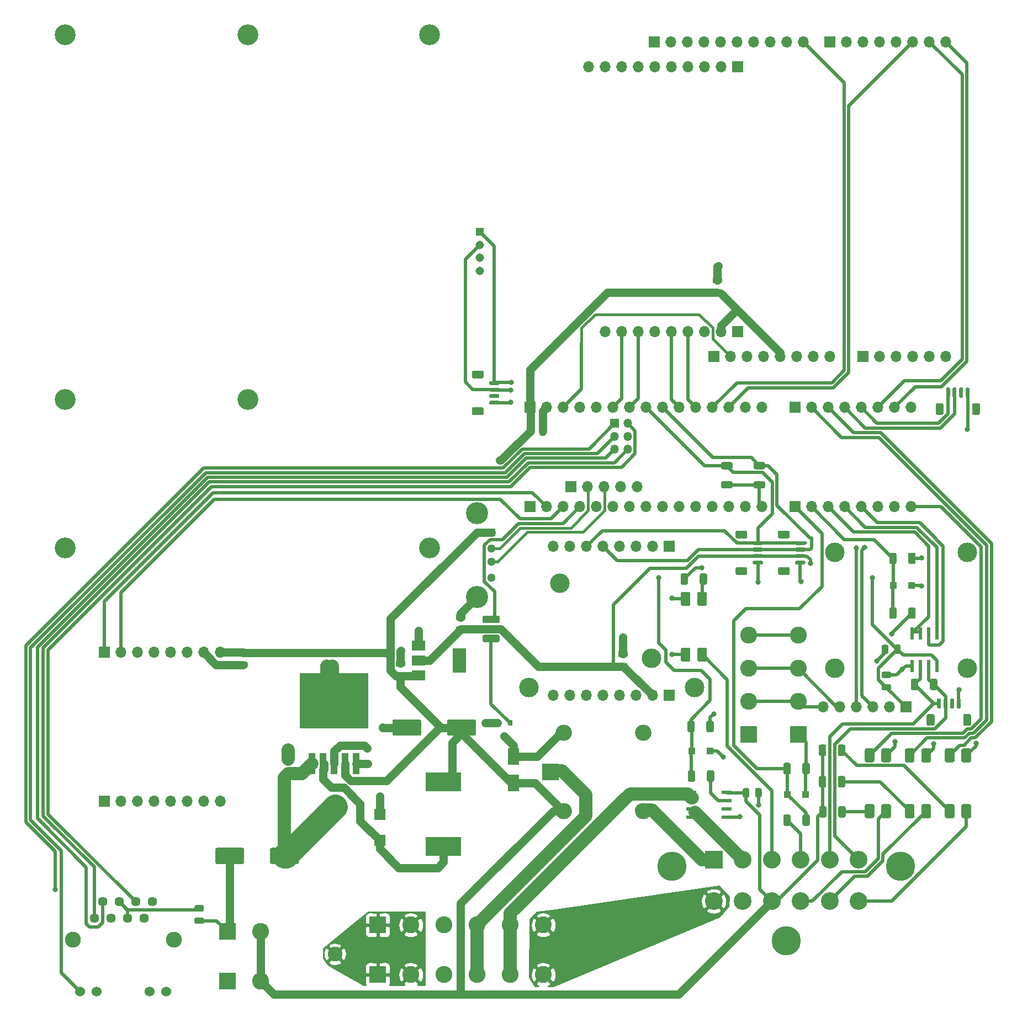
<source format=gbr>
%TF.GenerationSoftware,KiCad,Pcbnew,(5.1.12)-1*%
%TF.CreationDate,2022-03-13T08:17:30-06:00*%
%TF.ProjectId,AS13,41533133-2e6b-4696-9361-645f70636258,rev?*%
%TF.SameCoordinates,Original*%
%TF.FileFunction,Copper,L1,Top*%
%TF.FilePolarity,Positive*%
%FSLAX46Y46*%
G04 Gerber Fmt 4.6, Leading zero omitted, Abs format (unit mm)*
G04 Created by KiCad (PCBNEW (5.1.12)-1) date 2022-03-13 08:17:30*
%MOMM*%
%LPD*%
G01*
G04 APERTURE LIST*
%TA.AperFunction,SMDPad,CuDef*%
%ADD10R,1.100000X1.100000*%
%TD*%
%TA.AperFunction,ComponentPad*%
%ADD11C,3.000000*%
%TD*%
%TA.AperFunction,ComponentPad*%
%ADD12C,4.485000*%
%TD*%
%TA.AperFunction,ComponentPad*%
%ADD13C,2.715000*%
%TD*%
%TA.AperFunction,ComponentPad*%
%ADD14R,2.715000X2.715000*%
%TD*%
%TA.AperFunction,ComponentPad*%
%ADD15O,2.500000X2.500000*%
%TD*%
%TA.AperFunction,ComponentPad*%
%ADD16R,2.500000X2.500000*%
%TD*%
%TA.AperFunction,ComponentPad*%
%ADD17C,2.600000*%
%TD*%
%TA.AperFunction,ComponentPad*%
%ADD18R,2.600000X2.600000*%
%TD*%
%TA.AperFunction,ComponentPad*%
%ADD19R,2.250000X2.250000*%
%TD*%
%TA.AperFunction,ComponentPad*%
%ADD20C,2.250000*%
%TD*%
%TA.AperFunction,ComponentPad*%
%ADD21C,2.445000*%
%TD*%
%TA.AperFunction,ComponentPad*%
%ADD22C,1.530000*%
%TD*%
%TA.AperFunction,ComponentPad*%
%ADD23C,1.446000*%
%TD*%
%TA.AperFunction,ComponentPad*%
%ADD24C,2.999999*%
%TD*%
%TA.AperFunction,ComponentPad*%
%ADD25C,3.200000*%
%TD*%
%TA.AperFunction,ComponentPad*%
%ADD26O,1.700000X1.700000*%
%TD*%
%TA.AperFunction,ComponentPad*%
%ADD27R,1.700000X1.700000*%
%TD*%
%TA.AperFunction,ComponentPad*%
%ADD28C,3.400000*%
%TD*%
%TA.AperFunction,ComponentPad*%
%ADD29C,1.300000*%
%TD*%
%TA.AperFunction,ComponentPad*%
%ADD30R,1.300000X1.300000*%
%TD*%
%TA.AperFunction,SMDPad,CuDef*%
%ADD31R,1.800000X1.800000*%
%TD*%
%TA.AperFunction,SMDPad,CuDef*%
%ADD32R,0.530000X1.980000*%
%TD*%
%TA.AperFunction,SMDPad,CuDef*%
%ADD33R,1.800000X2.500000*%
%TD*%
%TA.AperFunction,SMDPad,CuDef*%
%ADD34R,2.000000X1.500000*%
%TD*%
%TA.AperFunction,SMDPad,CuDef*%
%ADD35R,2.000000X3.800000*%
%TD*%
%TA.AperFunction,SMDPad,CuDef*%
%ADD36R,10.530000X8.460000*%
%TD*%
%TA.AperFunction,SMDPad,CuDef*%
%ADD37R,1.050000X3.210000*%
%TD*%
%TA.AperFunction,SMDPad,CuDef*%
%ADD38R,5.400000X2.900000*%
%TD*%
%TA.AperFunction,SMDPad,CuDef*%
%ADD39R,1.550000X0.600000*%
%TD*%
%TA.AperFunction,ComponentPad*%
%ADD40C,1.308000*%
%TD*%
%TA.AperFunction,ComponentPad*%
%ADD41R,1.308000X1.308000*%
%TD*%
%TA.AperFunction,SMDPad,CuDef*%
%ADD42R,0.800000X0.900000*%
%TD*%
%TA.AperFunction,ComponentPad*%
%ADD43O,1.350000X1.350000*%
%TD*%
%TA.AperFunction,ComponentPad*%
%ADD44R,1.350000X1.350000*%
%TD*%
%TA.AperFunction,ViaPad*%
%ADD45C,0.800000*%
%TD*%
%TA.AperFunction,Conductor*%
%ADD46C,0.508000*%
%TD*%
%TA.AperFunction,Conductor*%
%ADD47C,1.270000*%
%TD*%
%TA.AperFunction,Conductor*%
%ADD48C,2.032000*%
%TD*%
%TA.AperFunction,Conductor*%
%ADD49C,3.810000*%
%TD*%
%TA.AperFunction,Conductor*%
%ADD50C,0.431800*%
%TD*%
%TA.AperFunction,Conductor*%
%ADD51C,0.254000*%
%TD*%
%TA.AperFunction,Conductor*%
%ADD52C,0.100000*%
%TD*%
G04 APERTURE END LIST*
%TO.P,R14,2*%
%TO.N,Net-(D6-Pad1)*%
%TA.AperFunction,SMDPad,CuDef*%
G36*
G01*
X127075000Y-135924999D02*
X127075000Y-137175001D01*
G75*
G02*
X126825001Y-137425000I-249999J0D01*
G01*
X126199999Y-137425000D01*
G75*
G02*
X125950000Y-137175001I0J249999D01*
G01*
X125950000Y-135924999D01*
G75*
G02*
X126199999Y-135675000I249999J0D01*
G01*
X126825001Y-135675000D01*
G75*
G02*
X127075000Y-135924999I0J-249999D01*
G01*
G37*
%TD.AperFunction*%
%TO.P,R14,1*%
%TO.N,GND*%
%TA.AperFunction,SMDPad,CuDef*%
G36*
G01*
X130000000Y-135924999D02*
X130000000Y-137175001D01*
G75*
G02*
X129750001Y-137425000I-249999J0D01*
G01*
X129124999Y-137425000D01*
G75*
G02*
X128875000Y-137175001I0J249999D01*
G01*
X128875000Y-135924999D01*
G75*
G02*
X129124999Y-135675000I249999J0D01*
G01*
X129750001Y-135675000D01*
G75*
G02*
X130000000Y-135924999I0J-249999D01*
G01*
G37*
%TD.AperFunction*%
%TD*%
%TO.P,R13,2*%
%TO.N,Net-(R13-Pad2)*%
%TA.AperFunction,SMDPad,CuDef*%
G36*
G01*
X128950000Y-144775001D02*
X128950000Y-143524999D01*
G75*
G02*
X129199999Y-143275000I249999J0D01*
G01*
X129825001Y-143275000D01*
G75*
G02*
X130075000Y-143524999I0J-249999D01*
G01*
X130075000Y-144775001D01*
G75*
G02*
X129825001Y-145025000I-249999J0D01*
G01*
X129199999Y-145025000D01*
G75*
G02*
X128950000Y-144775001I0J249999D01*
G01*
G37*
%TD.AperFunction*%
%TO.P,R13,1*%
%TO.N,Net-(D6-Pad1)*%
%TA.AperFunction,SMDPad,CuDef*%
G36*
G01*
X126025000Y-144775001D02*
X126025000Y-143524999D01*
G75*
G02*
X126274999Y-143275000I249999J0D01*
G01*
X126900001Y-143275000D01*
G75*
G02*
X127150000Y-143524999I0J-249999D01*
G01*
X127150000Y-144775001D01*
G75*
G02*
X126900001Y-145025000I-249999J0D01*
G01*
X126274999Y-145025000D01*
G75*
G02*
X126025000Y-144775001I0J249999D01*
G01*
G37*
%TD.AperFunction*%
%TD*%
D10*
%TO.P,D6,2*%
%TO.N,GND*%
X129400000Y-140350000D03*
%TO.P,D6,1*%
%TO.N,Net-(D6-Pad1)*%
X126600000Y-140350000D03*
%TD*%
D11*
%TO.P,M1,2*%
%TO.N,N/C*%
X120425000Y-126050000D03*
%TO.P,M1,1*%
X106425000Y-114550000D03*
%TD*%
%TO.P,REF\u002A\u002A,*%
%TO.N,*%
X101660000Y-130560000D03*
X127060000Y-130560000D03*
%TD*%
D12*
%TO.P,J6,MH3*%
%TO.N,Net-(J6-PadMH3)*%
X158655000Y-158020000D03*
%TO.P,J6,MH2*%
%TO.N,Net-(J6-PadMH2)*%
X141115000Y-169450000D03*
%TO.P,J6,MH1*%
%TO.N,Net-(J6-PadMH1)*%
X123575000Y-158020000D03*
D13*
%TO.P,J6,12*%
%TO.N,Net-(J6-Pad12)*%
X130000000Y-163350000D03*
%TO.P,J6,11*%
%TO.N,GND*%
X134445000Y-163350000D03*
%TO.P,J6,10*%
%TO.N,Net-(C11-Pad1)*%
X138890000Y-163350000D03*
%TO.P,J6,9*%
%TO.N,Net-(J6-Pad9)*%
X143340000Y-163350000D03*
%TO.P,J6,8*%
%TO.N,Net-(J6-Pad8)*%
X147785000Y-163350000D03*
%TO.P,J6,7*%
%TO.N,Net-(J6-Pad7)*%
X152230000Y-163350000D03*
%TO.P,J6,6*%
%TO.N,Net-(J2-Pad3)*%
X152230000Y-157000000D03*
%TO.P,J6,5*%
%TO.N,Net-(J2-Pad4)*%
X147785000Y-157000000D03*
%TO.P,J6,4*%
%TO.N,Net-(J6-Pad4)*%
X143340000Y-157000000D03*
%TO.P,J6,3*%
%TO.N,Net-(J6-Pad3)*%
X138890000Y-157000000D03*
%TO.P,J6,2*%
%TO.N,Net-(J6-Pad2)*%
X134445000Y-157000000D03*
D14*
%TO.P,J6,1*%
%TO.N,Net-(J6-Pad1)*%
X130000000Y-157000000D03*
%TD*%
D15*
%TO.P,K1,2*%
%TO.N,Net-(D5-Pad2)*%
X107000800Y-137501200D03*
%TO.P,K1,4*%
%TO.N,Net-(K1-Pad4)*%
X119200800Y-137501200D03*
%TO.P,K1,5*%
%TO.N,Net-(J6-Pad1)*%
X119200800Y-149501200D03*
%TO.P,K1,1*%
%TO.N,Net-(C11-Pad1)*%
X107000800Y-149501200D03*
D16*
%TO.P,K1,3*%
%TO.N,Net-(K1-Pad3)*%
X105000800Y-143501200D03*
%TD*%
D17*
%TO.P,KF3,4*%
%TO.N,Net-(KF3-Pad4)*%
X135330000Y-122530000D03*
X142950000Y-122530000D03*
%TO.P,KF3,3*%
%TO.N,Net-(J5-Pad5)*%
X135330000Y-127610000D03*
X142950000Y-127610000D03*
%TO.P,KF3,2*%
%TO.N,Net-(J5-Pad6)*%
X135330000Y-132690000D03*
X142950000Y-132690000D03*
D18*
%TO.P,KF3,1*%
%TO.N,GND*%
X135330000Y-137770000D03*
X142950000Y-137770000D03*
%TD*%
%TO.P,R8,2*%
%TO.N,Net-(D2-Pad1)*%
%TA.AperFunction,SMDPad,CuDef*%
G36*
G01*
X143600000Y-151550001D02*
X143600000Y-150299999D01*
G75*
G02*
X143849999Y-150050000I249999J0D01*
G01*
X144475001Y-150050000D01*
G75*
G02*
X144725000Y-150299999I0J-249999D01*
G01*
X144725000Y-151550001D01*
G75*
G02*
X144475001Y-151800000I-249999J0D01*
G01*
X143849999Y-151800000D01*
G75*
G02*
X143600000Y-151550001I0J249999D01*
G01*
G37*
%TD.AperFunction*%
%TO.P,R8,1*%
%TO.N,Net-(J6-Pad4)*%
%TA.AperFunction,SMDPad,CuDef*%
G36*
G01*
X140675000Y-151550001D02*
X140675000Y-150299999D01*
G75*
G02*
X140924999Y-150050000I249999J0D01*
G01*
X141550001Y-150050000D01*
G75*
G02*
X141800000Y-150299999I0J-249999D01*
G01*
X141800000Y-151550001D01*
G75*
G02*
X141550001Y-151800000I-249999J0D01*
G01*
X140924999Y-151800000D01*
G75*
G02*
X140675000Y-151550001I0J249999D01*
G01*
G37*
%TD.AperFunction*%
%TD*%
%TO.P,R6,2*%
%TO.N,Net-(KF3-Pad4)*%
%TA.AperFunction,SMDPad,CuDef*%
G36*
G01*
X159832500Y-119769401D02*
X159832500Y-118519399D01*
G75*
G02*
X160082499Y-118269400I249999J0D01*
G01*
X160707501Y-118269400D01*
G75*
G02*
X160957500Y-118519399I0J-249999D01*
G01*
X160957500Y-119769401D01*
G75*
G02*
X160707501Y-120019400I-249999J0D01*
G01*
X160082499Y-120019400D01*
G75*
G02*
X159832500Y-119769401I0J249999D01*
G01*
G37*
%TD.AperFunction*%
%TO.P,R6,1*%
%TO.N,Net-(D1-Pad1)*%
%TA.AperFunction,SMDPad,CuDef*%
G36*
G01*
X156907500Y-119769401D02*
X156907500Y-118519399D01*
G75*
G02*
X157157499Y-118269400I249999J0D01*
G01*
X157782501Y-118269400D01*
G75*
G02*
X158032500Y-118519399I0J-249999D01*
G01*
X158032500Y-119769401D01*
G75*
G02*
X157782501Y-120019400I-249999J0D01*
G01*
X157157499Y-120019400D01*
G75*
G02*
X156907500Y-119769401I0J249999D01*
G01*
G37*
%TD.AperFunction*%
%TD*%
%TO.P,R3,2*%
%TO.N,Net-(R3-Pad2)*%
%TA.AperFunction,SMDPad,CuDef*%
G36*
G01*
X149041600Y-140823401D02*
X149041600Y-139573399D01*
G75*
G02*
X149291599Y-139323400I249999J0D01*
G01*
X149916601Y-139323400D01*
G75*
G02*
X150166600Y-139573399I0J-249999D01*
G01*
X150166600Y-140823401D01*
G75*
G02*
X149916601Y-141073400I-249999J0D01*
G01*
X149291599Y-141073400D01*
G75*
G02*
X149041600Y-140823401I0J249999D01*
G01*
G37*
%TD.AperFunction*%
%TO.P,R3,1*%
%TO.N,Net-(C11-Pad1)*%
%TA.AperFunction,SMDPad,CuDef*%
G36*
G01*
X146116600Y-140823401D02*
X146116600Y-139573399D01*
G75*
G02*
X146366599Y-139323400I249999J0D01*
G01*
X146991601Y-139323400D01*
G75*
G02*
X147241600Y-139573399I0J-249999D01*
G01*
X147241600Y-140823401D01*
G75*
G02*
X146991601Y-141073400I-249999J0D01*
G01*
X146366599Y-141073400D01*
G75*
G02*
X146116600Y-140823401I0J249999D01*
G01*
G37*
%TD.AperFunction*%
%TD*%
%TO.P,R2,2*%
%TO.N,Net-(R2-Pad2)*%
%TA.AperFunction,SMDPad,CuDef*%
G36*
G01*
X149041600Y-145649401D02*
X149041600Y-144399399D01*
G75*
G02*
X149291599Y-144149400I249999J0D01*
G01*
X149916601Y-144149400D01*
G75*
G02*
X150166600Y-144399399I0J-249999D01*
G01*
X150166600Y-145649401D01*
G75*
G02*
X149916601Y-145899400I-249999J0D01*
G01*
X149291599Y-145899400D01*
G75*
G02*
X149041600Y-145649401I0J249999D01*
G01*
G37*
%TD.AperFunction*%
%TO.P,R2,1*%
%TO.N,Net-(C11-Pad1)*%
%TA.AperFunction,SMDPad,CuDef*%
G36*
G01*
X146116600Y-145649401D02*
X146116600Y-144399399D01*
G75*
G02*
X146366599Y-144149400I249999J0D01*
G01*
X146991601Y-144149400D01*
G75*
G02*
X147241600Y-144399399I0J-249999D01*
G01*
X147241600Y-145649401D01*
G75*
G02*
X146991601Y-145899400I-249999J0D01*
G01*
X146366599Y-145899400D01*
G75*
G02*
X146116600Y-145649401I0J249999D01*
G01*
G37*
%TD.AperFunction*%
%TD*%
%TO.P,R1,2*%
%TO.N,Net-(R1-Pad2)*%
%TA.AperFunction,SMDPad,CuDef*%
G36*
G01*
X149092400Y-150272201D02*
X149092400Y-149022199D01*
G75*
G02*
X149342399Y-148772200I249999J0D01*
G01*
X149967401Y-148772200D01*
G75*
G02*
X150217400Y-149022199I0J-249999D01*
G01*
X150217400Y-150272201D01*
G75*
G02*
X149967401Y-150522200I-249999J0D01*
G01*
X149342399Y-150522200D01*
G75*
G02*
X149092400Y-150272201I0J249999D01*
G01*
G37*
%TD.AperFunction*%
%TO.P,R1,1*%
%TO.N,Net-(C11-Pad1)*%
%TA.AperFunction,SMDPad,CuDef*%
G36*
G01*
X146167400Y-150272201D02*
X146167400Y-149022199D01*
G75*
G02*
X146417399Y-148772200I249999J0D01*
G01*
X147042401Y-148772200D01*
G75*
G02*
X147292400Y-149022199I0J-249999D01*
G01*
X147292400Y-150272201D01*
G75*
G02*
X147042401Y-150522200I-249999J0D01*
G01*
X146417399Y-150522200D01*
G75*
G02*
X146167400Y-150272201I0J249999D01*
G01*
G37*
%TD.AperFunction*%
%TD*%
D19*
%TO.P,D4,1*%
%TO.N,Net-(C8-Pad1)*%
X71925000Y-148875000D03*
D20*
%TO.P,D4,2*%
%TO.N,Net-(D4-Pad2)*%
X71925000Y-171475000D03*
%TD*%
%TO.P,R11,2*%
%TO.N,Net-(J13-Pad15)*%
%TA.AperFunction,SMDPad,CuDef*%
G36*
G01*
X131374998Y-98900000D02*
X132625002Y-98900000D01*
G75*
G02*
X132875000Y-99149998I0J-249998D01*
G01*
X132875000Y-99775002D01*
G75*
G02*
X132625002Y-100025000I-249998J0D01*
G01*
X131374998Y-100025000D01*
G75*
G02*
X131125000Y-99775002I0J249998D01*
G01*
X131125000Y-99149998D01*
G75*
G02*
X131374998Y-98900000I249998J0D01*
G01*
G37*
%TD.AperFunction*%
%TO.P,R11,1*%
%TO.N,Net-(J10-Pad4)*%
%TA.AperFunction,SMDPad,CuDef*%
G36*
G01*
X131374998Y-95975000D02*
X132625002Y-95975000D01*
G75*
G02*
X132875000Y-96224998I0J-249998D01*
G01*
X132875000Y-96850002D01*
G75*
G02*
X132625002Y-97100000I-249998J0D01*
G01*
X131374998Y-97100000D01*
G75*
G02*
X131125000Y-96850002I0J249998D01*
G01*
X131125000Y-96224998D01*
G75*
G02*
X131374998Y-95975000I249998J0D01*
G01*
G37*
%TD.AperFunction*%
%TD*%
%TO.P,R10,2*%
%TO.N,Net-(J13-Pad15)*%
%TA.AperFunction,SMDPad,CuDef*%
G36*
G01*
X136374998Y-98900000D02*
X137625002Y-98900000D01*
G75*
G02*
X137875000Y-99149998I0J-249998D01*
G01*
X137875000Y-99775002D01*
G75*
G02*
X137625002Y-100025000I-249998J0D01*
G01*
X136374998Y-100025000D01*
G75*
G02*
X136125000Y-99775002I0J249998D01*
G01*
X136125000Y-99149998D01*
G75*
G02*
X136374998Y-98900000I249998J0D01*
G01*
G37*
%TD.AperFunction*%
%TO.P,R10,1*%
%TO.N,Net-(J10-Pad3)*%
%TA.AperFunction,SMDPad,CuDef*%
G36*
G01*
X136374998Y-95975000D02*
X137625002Y-95975000D01*
G75*
G02*
X137875000Y-96224998I0J-249998D01*
G01*
X137875000Y-96850002D01*
G75*
G02*
X137625002Y-97100000I-249998J0D01*
G01*
X136374998Y-97100000D01*
G75*
G02*
X136125000Y-96850002I0J249998D01*
G01*
X136125000Y-96224998D01*
G75*
G02*
X136374998Y-95975000I249998J0D01*
G01*
G37*
%TD.AperFunction*%
%TD*%
%TO.P,R9,2*%
%TO.N,Net-(D2-Pad1)*%
%TA.AperFunction,SMDPad,CuDef*%
G36*
G01*
X141800000Y-142374998D02*
X141800000Y-143625002D01*
G75*
G02*
X141550002Y-143875000I-249998J0D01*
G01*
X140924998Y-143875000D01*
G75*
G02*
X140675000Y-143625002I0J249998D01*
G01*
X140675000Y-142374998D01*
G75*
G02*
X140924998Y-142125000I249998J0D01*
G01*
X141550002Y-142125000D01*
G75*
G02*
X141800000Y-142374998I0J-249998D01*
G01*
G37*
%TD.AperFunction*%
%TO.P,R9,1*%
%TO.N,GND*%
%TA.AperFunction,SMDPad,CuDef*%
G36*
G01*
X144725000Y-142374998D02*
X144725000Y-143625002D01*
G75*
G02*
X144475002Y-143875000I-249998J0D01*
G01*
X143849998Y-143875000D01*
G75*
G02*
X143600000Y-143625002I0J249998D01*
G01*
X143600000Y-142374998D01*
G75*
G02*
X143849998Y-142125000I249998J0D01*
G01*
X144475002Y-142125000D01*
G75*
G02*
X144725000Y-142374998I0J-249998D01*
G01*
G37*
%TD.AperFunction*%
%TD*%
%TO.P,R7,2*%
%TO.N,GND*%
%TA.AperFunction,SMDPad,CuDef*%
G36*
G01*
X159832500Y-111375002D02*
X159832500Y-110124998D01*
G75*
G02*
X160082498Y-109875000I249998J0D01*
G01*
X160707502Y-109875000D01*
G75*
G02*
X160957500Y-110124998I0J-249998D01*
G01*
X160957500Y-111375002D01*
G75*
G02*
X160707502Y-111625000I-249998J0D01*
G01*
X160082498Y-111625000D01*
G75*
G02*
X159832500Y-111375002I0J249998D01*
G01*
G37*
%TD.AperFunction*%
%TO.P,R7,1*%
%TO.N,Net-(D1-Pad1)*%
%TA.AperFunction,SMDPad,CuDef*%
G36*
G01*
X156907500Y-111375002D02*
X156907500Y-110124998D01*
G75*
G02*
X157157498Y-109875000I249998J0D01*
G01*
X157782502Y-109875000D01*
G75*
G02*
X158032500Y-110124998I0J-249998D01*
G01*
X158032500Y-111375002D01*
G75*
G02*
X157782502Y-111625000I-249998J0D01*
G01*
X157157498Y-111625000D01*
G75*
G02*
X156907500Y-111375002I0J249998D01*
G01*
G37*
%TD.AperFunction*%
%TD*%
%TO.P,C2,2*%
%TO.N,GND*%
%TA.AperFunction,SMDPad,CuDef*%
G36*
G01*
X50625000Y-165850000D02*
X51575000Y-165850000D01*
G75*
G02*
X51825000Y-166100000I0J-250000D01*
G01*
X51825000Y-166600000D01*
G75*
G02*
X51575000Y-166850000I-250000J0D01*
G01*
X50625000Y-166850000D01*
G75*
G02*
X50375000Y-166600000I0J250000D01*
G01*
X50375000Y-166100000D01*
G75*
G02*
X50625000Y-165850000I250000J0D01*
G01*
G37*
%TD.AperFunction*%
%TO.P,C2,1*%
%TO.N,Net-(C2-Pad1)*%
%TA.AperFunction,SMDPad,CuDef*%
G36*
G01*
X50625000Y-163950000D02*
X51575000Y-163950000D01*
G75*
G02*
X51825000Y-164200000I0J-250000D01*
G01*
X51825000Y-164700000D01*
G75*
G02*
X51575000Y-164950000I-250000J0D01*
G01*
X50625000Y-164950000D01*
G75*
G02*
X50375000Y-164700000I0J250000D01*
G01*
X50375000Y-164200000D01*
G75*
G02*
X50625000Y-163950000I250000J0D01*
G01*
G37*
%TD.AperFunction*%
%TD*%
D21*
%TO.P,J4,MH2*%
%TO.N,N/C*%
X47190000Y-169300000D03*
%TO.P,J4,MH1*%
X31700000Y-169300000D03*
D22*
%TO.P,J4,12*%
%TO.N,Net-(J4-Pad12)*%
X46070000Y-177250000D03*
%TO.P,J4,11*%
%TO.N,Net-(J4-Pad11)*%
X43530000Y-177250000D03*
%TO.P,J4,10*%
%TO.N,GND*%
X35360000Y-177250000D03*
%TO.P,J4,9*%
%TO.N,Net-(J4-Pad9)*%
X32820000Y-177250000D03*
D23*
%TO.P,J4,8*%
%TO.N,GND*%
X43890000Y-163460000D03*
%TO.P,J4,7*%
%TO.N,Net-(J4-Pad7)*%
X42620000Y-166000000D03*
%TO.P,J4,6*%
%TO.N,Net-(J4-Pad6)*%
X41350000Y-163460000D03*
%TO.P,J4,5*%
%TO.N,Net-(C2-Pad1)*%
X40080000Y-166000000D03*
%TO.P,J4,4*%
X38810000Y-163460000D03*
%TO.P,J4,3*%
%TO.N,Net-(J4-Pad3)*%
X37540000Y-166000000D03*
%TO.P,J4,2*%
%TO.N,Net-(J4-Pad2)*%
X36270000Y-163460000D03*
%TO.P,J4,1*%
%TO.N,Net-(J4-Pad1)*%
X35000000Y-166000000D03*
%TD*%
%TO.P,J2,MP*%
%TO.N,N/C*%
%TA.AperFunction,SMDPad,CuDef*%
G36*
G01*
X163852500Y-134892899D02*
X163852500Y-136192901D01*
G75*
G02*
X163602501Y-136442900I-249999J0D01*
G01*
X162902499Y-136442900D01*
G75*
G02*
X162652500Y-136192901I0J249999D01*
G01*
X162652500Y-134892899D01*
G75*
G02*
X162902499Y-134642900I249999J0D01*
G01*
X163602501Y-134642900D01*
G75*
G02*
X163852500Y-134892899I0J-249999D01*
G01*
G37*
%TD.AperFunction*%
%TA.AperFunction,SMDPad,CuDef*%
G36*
G01*
X169452500Y-134892899D02*
X169452500Y-136192901D01*
G75*
G02*
X169202501Y-136442900I-249999J0D01*
G01*
X168502499Y-136442900D01*
G75*
G02*
X168252500Y-136192901I0J249999D01*
G01*
X168252500Y-134892899D01*
G75*
G02*
X168502499Y-134642900I249999J0D01*
G01*
X169202501Y-134642900D01*
G75*
G02*
X169452500Y-134892899I0J-249999D01*
G01*
G37*
%TD.AperFunction*%
%TO.P,J2,4*%
%TO.N,Net-(J2-Pad4)*%
%TA.AperFunction,SMDPad,CuDef*%
G36*
G01*
X164852500Y-132392900D02*
X164852500Y-133642900D01*
G75*
G02*
X164702500Y-133792900I-150000J0D01*
G01*
X164402500Y-133792900D01*
G75*
G02*
X164252500Y-133642900I0J150000D01*
G01*
X164252500Y-132392900D01*
G75*
G02*
X164402500Y-132242900I150000J0D01*
G01*
X164702500Y-132242900D01*
G75*
G02*
X164852500Y-132392900I0J-150000D01*
G01*
G37*
%TD.AperFunction*%
%TO.P,J2,3*%
%TO.N,Net-(J2-Pad3)*%
%TA.AperFunction,SMDPad,CuDef*%
G36*
G01*
X165852500Y-132392900D02*
X165852500Y-133642900D01*
G75*
G02*
X165702500Y-133792900I-150000J0D01*
G01*
X165402500Y-133792900D01*
G75*
G02*
X165252500Y-133642900I0J150000D01*
G01*
X165252500Y-132392900D01*
G75*
G02*
X165402500Y-132242900I150000J0D01*
G01*
X165702500Y-132242900D01*
G75*
G02*
X165852500Y-132392900I0J-150000D01*
G01*
G37*
%TD.AperFunction*%
%TO.P,J2,2*%
%TO.N,Net-(J2-Pad2)*%
%TA.AperFunction,SMDPad,CuDef*%
G36*
G01*
X166852500Y-132392900D02*
X166852500Y-133642900D01*
G75*
G02*
X166702500Y-133792900I-150000J0D01*
G01*
X166402500Y-133792900D01*
G75*
G02*
X166252500Y-133642900I0J150000D01*
G01*
X166252500Y-132392900D01*
G75*
G02*
X166402500Y-132242900I150000J0D01*
G01*
X166702500Y-132242900D01*
G75*
G02*
X166852500Y-132392900I0J-150000D01*
G01*
G37*
%TD.AperFunction*%
%TO.P,J2,1*%
%TO.N,GND*%
%TA.AperFunction,SMDPad,CuDef*%
G36*
G01*
X167852500Y-132392900D02*
X167852500Y-133642900D01*
G75*
G02*
X167702500Y-133792900I-150000J0D01*
G01*
X167402500Y-133792900D01*
G75*
G02*
X167252500Y-133642900I0J150000D01*
G01*
X167252500Y-132392900D01*
G75*
G02*
X167402500Y-132242900I150000J0D01*
G01*
X167702500Y-132242900D01*
G75*
G02*
X167852500Y-132392900I0J-150000D01*
G01*
G37*
%TD.AperFunction*%
%TD*%
D24*
%TO.P,REF\u002A\u002A,4*%
%TO.N,N/C*%
X168859200Y-109819200D03*
%TO.P,REF\u002A\u002A,3*%
X168859200Y-127599200D03*
%TO.P,REF\u002A\u002A,2*%
X148539200Y-127599200D03*
%TO.P,REF\u002A\u002A,1*%
X148539200Y-109819200D03*
%TD*%
D25*
%TO.P,REF\u002A\u002A,8*%
%TO.N,N/C*%
X58560000Y-30380000D03*
X58560000Y-86380000D03*
X30560000Y-86380000D03*
X30560000Y-30380000D03*
X86440000Y-30380000D03*
X86440000Y-109120000D03*
X30560000Y-109120000D03*
%TD*%
D26*
%TO.P,J5,6*%
%TO.N,Net-(J5-Pad6)*%
X146761200Y-133517400D03*
%TO.P,J5,5*%
%TO.N,Net-(J5-Pad5)*%
X149301200Y-133517400D03*
%TO.P,J5,4*%
%TO.N,Net-(J14-Pad6)*%
X151841200Y-133517400D03*
%TO.P,J5,3*%
%TO.N,Net-(J14-Pad7)*%
X154381200Y-133517400D03*
%TO.P,J5,2*%
%TO.N,GND*%
X156921200Y-133517400D03*
D27*
%TO.P,J5,1*%
%TO.N,Net-(C1-Pad1)*%
X159461200Y-133517400D03*
%TD*%
%TO.P,C5,2*%
%TO.N,GND*%
%TA.AperFunction,SMDPad,CuDef*%
G36*
G01*
X156939000Y-129130400D02*
X155989000Y-129130400D01*
G75*
G02*
X155739000Y-128880400I0J250000D01*
G01*
X155739000Y-128380400D01*
G75*
G02*
X155989000Y-128130400I250000J0D01*
G01*
X156939000Y-128130400D01*
G75*
G02*
X157189000Y-128380400I0J-250000D01*
G01*
X157189000Y-128880400D01*
G75*
G02*
X156939000Y-129130400I-250000J0D01*
G01*
G37*
%TD.AperFunction*%
%TO.P,C5,1*%
%TO.N,Net-(C1-Pad1)*%
%TA.AperFunction,SMDPad,CuDef*%
G36*
G01*
X156939000Y-131030400D02*
X155989000Y-131030400D01*
G75*
G02*
X155739000Y-130780400I0J250000D01*
G01*
X155739000Y-130280400D01*
G75*
G02*
X155989000Y-130030400I250000J0D01*
G01*
X156939000Y-130030400D01*
G75*
G02*
X157189000Y-130280400I0J-250000D01*
G01*
X157189000Y-130780400D01*
G75*
G02*
X156939000Y-131030400I-250000J0D01*
G01*
G37*
%TD.AperFunction*%
%TD*%
D28*
%TO.P,J1,6*%
%TO.N,GND*%
X93735800Y-116670800D03*
%TO.P,J1,5*%
X93735800Y-103820800D03*
D29*
%TO.P,J1,4*%
X95935800Y-113745800D03*
%TO.P,J1,3*%
%TO.N,Net-(J1-Pad3)*%
X95935800Y-111245800D03*
%TO.P,J1,2*%
%TO.N,Net-(J1-Pad2)*%
X95935800Y-109245800D03*
D30*
%TO.P,J1,1*%
%TO.N,Net-(C11-Pad1)*%
X95935800Y-106745800D03*
%TD*%
D17*
%TO.P,KF1,2*%
%TO.N,Net-(C11-Pad1)*%
X60482200Y-168034600D03*
X60482200Y-175654600D03*
D18*
%TO.P,KF1,1*%
%TO.N,GND*%
X55402200Y-168034600D03*
X55402200Y-175654600D03*
%TD*%
D26*
%TO.P,J18,8*%
%TO.N,Net-(J18-Pad8)*%
X160248600Y-87594200D03*
%TO.P,J18,7*%
%TO.N,Net-(J18-Pad7)*%
X157708600Y-87594200D03*
%TO.P,J18,6*%
%TO.N,Net-(J18-Pad6)*%
X155168600Y-87594200D03*
%TO.P,J18,5*%
%TO.N,Net-(J18-Pad5)*%
X152628600Y-87594200D03*
%TO.P,J18,4*%
%TO.N,Net-(J18-Pad4)*%
X150088600Y-87594200D03*
%TO.P,J18,3*%
%TO.N,Net-(J18-Pad3)*%
X147548600Y-87594200D03*
%TO.P,J18,2*%
%TO.N,Net-(J18-Pad2)*%
X145008600Y-87594200D03*
D27*
%TO.P,J18,1*%
%TO.N,Net-(J18-Pad1)*%
X142468600Y-87594200D03*
%TD*%
D26*
%TO.P,J3,5*%
%TO.N,GND*%
X118287800Y-99783400D03*
%TO.P,J3,4*%
X115747800Y-99783400D03*
%TO.P,J3,3*%
%TO.N,Net-(J1-Pad3)*%
X113207800Y-99783400D03*
%TO.P,J3,2*%
%TO.N,Net-(J1-Pad2)*%
X110667800Y-99783400D03*
D27*
%TO.P,J3,1*%
%TO.N,Net-(J3-Pad1)*%
X108127800Y-99783400D03*
%TD*%
D10*
%TO.P,D2,2*%
%TO.N,GND*%
X144117500Y-146962500D03*
%TO.P,D2,1*%
%TO.N,Net-(D2-Pad1)*%
X141317500Y-146962500D03*
%TD*%
%TO.P,D1,2*%
%TO.N,GND*%
X160350000Y-114947200D03*
%TO.P,D1,1*%
%TO.N,Net-(D1-Pad1)*%
X157550000Y-114947200D03*
%TD*%
D31*
%TO.P,D3,2*%
%TO.N,GND*%
X78779000Y-150055200D03*
%TO.P,D3,1*%
%TO.N,Net-(D3-Pad1)*%
X78779000Y-154055200D03*
%TD*%
D32*
%TO.P,U1,8*%
%TO.N,Net-(C1-Pad1)*%
X164235160Y-127227420D03*
%TO.P,U1,7*%
%TO.N,Net-(J2-Pad3)*%
X162965160Y-127227420D03*
%TO.P,U1,6*%
%TO.N,Net-(J2-Pad4)*%
X161695160Y-127227420D03*
%TO.P,U1,5*%
%TO.N,GND*%
X160425160Y-127227420D03*
%TO.P,U1,4*%
%TO.N,Net-(J14-Pad3)*%
X160425160Y-122297420D03*
%TO.P,U1,3*%
X161695160Y-122297420D03*
%TO.P,U1,2*%
%TO.N,Net-(J14-Pad5)*%
X162965160Y-122297420D03*
%TO.P,U1,1*%
%TO.N,Net-(J14-Pad4)*%
X164235160Y-122297420D03*
%TD*%
%TO.P,C6,2*%
%TO.N,GND*%
%TA.AperFunction,SMDPad,CuDef*%
G36*
G01*
X82440800Y-127377800D02*
X81490800Y-127377800D01*
G75*
G02*
X81240800Y-127127800I0J250000D01*
G01*
X81240800Y-126627800D01*
G75*
G02*
X81490800Y-126377800I250000J0D01*
G01*
X82440800Y-126377800D01*
G75*
G02*
X82690800Y-126627800I0J-250000D01*
G01*
X82690800Y-127127800D01*
G75*
G02*
X82440800Y-127377800I-250000J0D01*
G01*
G37*
%TD.AperFunction*%
%TO.P,C6,1*%
%TO.N,Net-(C11-Pad1)*%
%TA.AperFunction,SMDPad,CuDef*%
G36*
G01*
X82440800Y-129277800D02*
X81490800Y-129277800D01*
G75*
G02*
X81240800Y-129027800I0J250000D01*
G01*
X81240800Y-128527800D01*
G75*
G02*
X81490800Y-128277800I250000J0D01*
G01*
X82440800Y-128277800D01*
G75*
G02*
X82690800Y-128527800I0J-250000D01*
G01*
X82690800Y-129027800D01*
G75*
G02*
X82440800Y-129277800I-250000J0D01*
G01*
G37*
%TD.AperFunction*%
%TD*%
D33*
%TO.P,D5,2*%
%TO.N,Net-(D5-Pad2)*%
X99260660Y-141184640D03*
%TO.P,D5,1*%
%TO.N,Net-(C11-Pad1)*%
X99260660Y-145184640D03*
%TD*%
D34*
%TO.P,IC1,1*%
%TO.N,GND*%
X84708600Y-124130800D03*
%TO.P,IC1,3*%
%TO.N,Net-(C11-Pad1)*%
X84708600Y-128730800D03*
%TO.P,IC1,2*%
%TO.N,Net-(C1-Pad1)*%
X84708600Y-126430800D03*
D35*
%TO.P,IC1,4*%
%TO.N,Net-(IC1-Pad4)*%
X91008600Y-126430800D03*
%TD*%
D36*
%TO.P,IC2,6*%
%TO.N,GND*%
X71800000Y-132625000D03*
D37*
%TO.P,IC2,5*%
X75200000Y-142255000D03*
%TO.P,IC2,4*%
%TO.N,Net-(C11-Pad1)*%
X73500000Y-142255000D03*
%TO.P,IC2,3*%
%TO.N,GND*%
X71800000Y-142255000D03*
%TO.P,IC2,2*%
%TO.N,Net-(D3-Pad1)*%
X70100000Y-142255000D03*
%TO.P,IC2,1*%
%TO.N,Net-(C8-Pad1)*%
X68400000Y-142255000D03*
%TD*%
%TO.P,C8,2*%
%TO.N,GND*%
%TA.AperFunction,SMDPad,CuDef*%
G36*
G01*
X65200000Y-142400000D02*
X64250000Y-142400000D01*
G75*
G02*
X64000000Y-142150000I0J250000D01*
G01*
X64000000Y-141650000D01*
G75*
G02*
X64250000Y-141400000I250000J0D01*
G01*
X65200000Y-141400000D01*
G75*
G02*
X65450000Y-141650000I0J-250000D01*
G01*
X65450000Y-142150000D01*
G75*
G02*
X65200000Y-142400000I-250000J0D01*
G01*
G37*
%TD.AperFunction*%
%TO.P,C8,1*%
%TO.N,Net-(C8-Pad1)*%
%TA.AperFunction,SMDPad,CuDef*%
G36*
G01*
X65200000Y-144300000D02*
X64250000Y-144300000D01*
G75*
G02*
X64000000Y-144050000I0J250000D01*
G01*
X64000000Y-143550000D01*
G75*
G02*
X64250000Y-143300000I250000J0D01*
G01*
X65200000Y-143300000D01*
G75*
G02*
X65450000Y-143550000I0J-250000D01*
G01*
X65450000Y-144050000D01*
G75*
G02*
X65200000Y-144300000I-250000J0D01*
G01*
G37*
%TD.AperFunction*%
%TD*%
D38*
%TO.P,L1,2*%
%TO.N,Net-(C11-Pad1)*%
X88544400Y-145026600D03*
%TO.P,L1,1*%
%TO.N,Net-(D3-Pad1)*%
X88544400Y-154926600D03*
%TD*%
%TO.P,C11,2*%
%TO.N,GND*%
%TA.AperFunction,SMDPad,CuDef*%
G36*
G01*
X85122000Y-135717800D02*
X85122000Y-137717800D01*
G75*
G02*
X84872000Y-137967800I-250000J0D01*
G01*
X80972000Y-137967800D01*
G75*
G02*
X80722000Y-137717800I0J250000D01*
G01*
X80722000Y-135717800D01*
G75*
G02*
X80972000Y-135467800I250000J0D01*
G01*
X84872000Y-135467800D01*
G75*
G02*
X85122000Y-135717800I0J-250000D01*
G01*
G37*
%TD.AperFunction*%
%TO.P,C11,1*%
%TO.N,Net-(C11-Pad1)*%
%TA.AperFunction,SMDPad,CuDef*%
G36*
G01*
X93522000Y-135717800D02*
X93522000Y-137717800D01*
G75*
G02*
X93272000Y-137967800I-250000J0D01*
G01*
X89372000Y-137967800D01*
G75*
G02*
X89122000Y-137717800I0J250000D01*
G01*
X89122000Y-135717800D01*
G75*
G02*
X89372000Y-135467800I250000J0D01*
G01*
X93272000Y-135467800D01*
G75*
G02*
X93522000Y-135717800I0J-250000D01*
G01*
G37*
%TD.AperFunction*%
%TD*%
%TO.P,C9,2*%
%TO.N,GND*%
%TA.AperFunction,SMDPad,CuDef*%
G36*
G01*
X57969400Y-155402800D02*
X57969400Y-157402800D01*
G75*
G02*
X57719400Y-157652800I-250000J0D01*
G01*
X53819400Y-157652800D01*
G75*
G02*
X53569400Y-157402800I0J250000D01*
G01*
X53569400Y-155402800D01*
G75*
G02*
X53819400Y-155152800I250000J0D01*
G01*
X57719400Y-155152800D01*
G75*
G02*
X57969400Y-155402800I0J-250000D01*
G01*
G37*
%TD.AperFunction*%
%TO.P,C9,1*%
%TO.N,Net-(C8-Pad1)*%
%TA.AperFunction,SMDPad,CuDef*%
G36*
G01*
X66369400Y-155402800D02*
X66369400Y-157402800D01*
G75*
G02*
X66119400Y-157652800I-250000J0D01*
G01*
X62219400Y-157652800D01*
G75*
G02*
X61969400Y-157402800I0J250000D01*
G01*
X61969400Y-155402800D01*
G75*
G02*
X62219400Y-155152800I250000J0D01*
G01*
X66119400Y-155152800D01*
G75*
G02*
X66369400Y-155402800I0J-250000D01*
G01*
G37*
%TD.AperFunction*%
%TD*%
%TO.P,R4,2*%
%TO.N,Net-(R4-Pad2)*%
%TA.AperFunction,SMDPad,CuDef*%
G36*
G01*
X127850000Y-114550002D02*
X127850000Y-113299998D01*
G75*
G02*
X128099998Y-113050000I249998J0D01*
G01*
X128725002Y-113050000D01*
G75*
G02*
X128975000Y-113299998I0J-249998D01*
G01*
X128975000Y-114550002D01*
G75*
G02*
X128725002Y-114800000I-249998J0D01*
G01*
X128099998Y-114800000D01*
G75*
G02*
X127850000Y-114550002I0J249998D01*
G01*
G37*
%TD.AperFunction*%
%TO.P,R4,1*%
%TO.N,Net-(J13-Pad13)*%
%TA.AperFunction,SMDPad,CuDef*%
G36*
G01*
X124925000Y-114550002D02*
X124925000Y-113299998D01*
G75*
G02*
X125174998Y-113050000I249998J0D01*
G01*
X125800002Y-113050000D01*
G75*
G02*
X126050000Y-113299998I0J-249998D01*
G01*
X126050000Y-114550002D01*
G75*
G02*
X125800002Y-114800000I-249998J0D01*
G01*
X125174998Y-114800000D01*
G75*
G02*
X124925000Y-114550002I0J249998D01*
G01*
G37*
%TD.AperFunction*%
%TD*%
%TO.P,R5,2*%
%TO.N,Net-(J2-Pad4)*%
%TA.AperFunction,SMDPad,CuDef*%
G36*
G01*
X161355200Y-129473558D02*
X161355200Y-130723562D01*
G75*
G02*
X161105202Y-130973560I-249998J0D01*
G01*
X160480198Y-130973560D01*
G75*
G02*
X160230200Y-130723562I0J249998D01*
G01*
X160230200Y-129473558D01*
G75*
G02*
X160480198Y-129223560I249998J0D01*
G01*
X161105202Y-129223560D01*
G75*
G02*
X161355200Y-129473558I0J-249998D01*
G01*
G37*
%TD.AperFunction*%
%TO.P,R5,1*%
%TO.N,Net-(J2-Pad3)*%
%TA.AperFunction,SMDPad,CuDef*%
G36*
G01*
X164280200Y-129473558D02*
X164280200Y-130723562D01*
G75*
G02*
X164030202Y-130973560I-249998J0D01*
G01*
X163405198Y-130973560D01*
G75*
G02*
X163155200Y-130723562I0J249998D01*
G01*
X163155200Y-129473558D01*
G75*
G02*
X163405198Y-129223560I249998J0D01*
G01*
X164030202Y-129223560D01*
G75*
G02*
X164280200Y-129473558I0J-249998D01*
G01*
G37*
%TD.AperFunction*%
%TD*%
%TO.P,U5,4*%
%TO.N,Net-(J6-Pad3)*%
%TA.AperFunction,SMDPad,CuDef*%
G36*
G01*
X127746400Y-124455000D02*
X128693600Y-124455000D01*
G75*
G02*
X128960000Y-124721400I0J-266400D01*
G01*
X128960000Y-126338600D01*
G75*
G02*
X128693600Y-126605000I-266400J0D01*
G01*
X127746400Y-126605000D01*
G75*
G02*
X127480000Y-126338600I0J266400D01*
G01*
X127480000Y-124721400D01*
G75*
G02*
X127746400Y-124455000I266400J0D01*
G01*
G37*
%TD.AperFunction*%
%TO.P,U5,3*%
%TO.N,GND*%
%TA.AperFunction,SMDPad,CuDef*%
G36*
G01*
X125206400Y-124455000D02*
X126153600Y-124455000D01*
G75*
G02*
X126420000Y-124721400I0J-266400D01*
G01*
X126420000Y-126338600D01*
G75*
G02*
X126153600Y-126605000I-266400J0D01*
G01*
X125206400Y-126605000D01*
G75*
G02*
X124940000Y-126338600I0J266400D01*
G01*
X124940000Y-124721400D01*
G75*
G02*
X125206400Y-124455000I266400J0D01*
G01*
G37*
%TD.AperFunction*%
%TO.P,U5,2*%
%TA.AperFunction,SMDPad,CuDef*%
G36*
G01*
X125206400Y-115895000D02*
X126153600Y-115895000D01*
G75*
G02*
X126420000Y-116161400I0J-266400D01*
G01*
X126420000Y-117778600D01*
G75*
G02*
X126153600Y-118045000I-266400J0D01*
G01*
X125206400Y-118045000D01*
G75*
G02*
X124940000Y-117778600I0J266400D01*
G01*
X124940000Y-116161400D01*
G75*
G02*
X125206400Y-115895000I266400J0D01*
G01*
G37*
%TD.AperFunction*%
%TO.P,U5,1*%
%TO.N,Net-(R4-Pad2)*%
%TA.AperFunction,SMDPad,CuDef*%
G36*
G01*
X127746400Y-115895000D02*
X128693600Y-115895000D01*
G75*
G02*
X128960000Y-116161400I0J-266400D01*
G01*
X128960000Y-117778600D01*
G75*
G02*
X128693600Y-118045000I-266400J0D01*
G01*
X127746400Y-118045000D01*
G75*
G02*
X127480000Y-117778600I0J266400D01*
G01*
X127480000Y-116161400D01*
G75*
G02*
X127746400Y-115895000I266400J0D01*
G01*
G37*
%TD.AperFunction*%
%TD*%
%TO.P,R12,2*%
%TO.N,Net-(J13-Pad4)*%
%TA.AperFunction,SMDPad,CuDef*%
G36*
G01*
X96934603Y-120679400D02*
X94784597Y-120679400D01*
G75*
G02*
X94534600Y-120429403I0J249997D01*
G01*
X94534600Y-119804397D01*
G75*
G02*
X94784597Y-119554400I249997J0D01*
G01*
X96934603Y-119554400D01*
G75*
G02*
X97184600Y-119804397I0J-249997D01*
G01*
X97184600Y-120429403D01*
G75*
G02*
X96934603Y-120679400I-249997J0D01*
G01*
G37*
%TD.AperFunction*%
%TO.P,R12,1*%
%TO.N,Net-(Q1-Pad1)*%
%TA.AperFunction,SMDPad,CuDef*%
G36*
G01*
X96934603Y-123604400D02*
X94784597Y-123604400D01*
G75*
G02*
X94534600Y-123354403I0J249997D01*
G01*
X94534600Y-122729397D01*
G75*
G02*
X94784597Y-122479400I249997J0D01*
G01*
X96934603Y-122479400D01*
G75*
G02*
X97184600Y-122729397I0J-249997D01*
G01*
X97184600Y-123354403D01*
G75*
G02*
X96934603Y-123604400I-249997J0D01*
G01*
G37*
%TD.AperFunction*%
%TD*%
%TO.P,C4,2*%
%TO.N,GND*%
%TA.AperFunction,SMDPad,CuDef*%
G36*
G01*
X136350000Y-147200000D02*
X136350000Y-146250000D01*
G75*
G02*
X136600000Y-146000000I250000J0D01*
G01*
X137100000Y-146000000D01*
G75*
G02*
X137350000Y-146250000I0J-250000D01*
G01*
X137350000Y-147200000D01*
G75*
G02*
X137100000Y-147450000I-250000J0D01*
G01*
X136600000Y-147450000D01*
G75*
G02*
X136350000Y-147200000I0J250000D01*
G01*
G37*
%TD.AperFunction*%
%TO.P,C4,1*%
%TO.N,Net-(C11-Pad1)*%
%TA.AperFunction,SMDPad,CuDef*%
G36*
G01*
X134450000Y-147200000D02*
X134450000Y-146250000D01*
G75*
G02*
X134700000Y-146000000I250000J0D01*
G01*
X135200000Y-146000000D01*
G75*
G02*
X135450000Y-146250000I0J-250000D01*
G01*
X135450000Y-147200000D01*
G75*
G02*
X135200000Y-147450000I-250000J0D01*
G01*
X134700000Y-147450000D01*
G75*
G02*
X134450000Y-147200000I0J250000D01*
G01*
G37*
%TD.AperFunction*%
%TD*%
D26*
%TO.P,J9,8*%
%TO.N,Net-(C11-Pad1)*%
X54295000Y-125179400D03*
%TO.P,J9,7*%
%TO.N,GND*%
X51755000Y-125179400D03*
%TO.P,J9,6*%
%TO.N,Net-(J9-Pad6)*%
X49215000Y-125179400D03*
%TO.P,J9,5*%
%TO.N,Net-(J9-Pad5)*%
X46675000Y-125179400D03*
%TO.P,J9,4*%
%TO.N,Net-(J9-Pad4)*%
X44135000Y-125179400D03*
%TO.P,J9,3*%
%TO.N,Net-(J9-Pad3)*%
X41595000Y-125179400D03*
%TO.P,J9,2*%
%TO.N,Net-(J13-Pad3)*%
X39055000Y-125179400D03*
D27*
%TO.P,J9,1*%
%TO.N,Net-(J13-Pad2)*%
X36515000Y-125179400D03*
%TD*%
D26*
%TO.P,J7,8*%
%TO.N,Net-(J7-Pad8)*%
X54295000Y-148039400D03*
%TO.P,J7,7*%
%TO.N,Net-(J7-Pad7)*%
X51755000Y-148039400D03*
%TO.P,J7,6*%
%TO.N,Net-(J7-Pad6)*%
X49215000Y-148039400D03*
%TO.P,J7,5*%
%TO.N,Net-(J7-Pad5)*%
X46675000Y-148039400D03*
%TO.P,J7,4*%
%TO.N,Net-(J7-Pad4)*%
X44135000Y-148039400D03*
%TO.P,J7,3*%
%TO.N,Net-(J7-Pad3)*%
X41595000Y-148039400D03*
%TO.P,J7,2*%
%TO.N,Net-(J7-Pad2)*%
X39055000Y-148039400D03*
D27*
%TO.P,J7,1*%
%TO.N,Net-(J7-Pad1)*%
X36515000Y-148039400D03*
%TD*%
%TO.P,C3,2*%
%TO.N,GND*%
%TA.AperFunction,SMDPad,CuDef*%
G36*
G01*
X57335400Y-126601400D02*
X58285400Y-126601400D01*
G75*
G02*
X58535400Y-126851400I0J-250000D01*
G01*
X58535400Y-127351400D01*
G75*
G02*
X58285400Y-127601400I-250000J0D01*
G01*
X57335400Y-127601400D01*
G75*
G02*
X57085400Y-127351400I0J250000D01*
G01*
X57085400Y-126851400D01*
G75*
G02*
X57335400Y-126601400I250000J0D01*
G01*
G37*
%TD.AperFunction*%
%TO.P,C3,1*%
%TO.N,Net-(C11-Pad1)*%
%TA.AperFunction,SMDPad,CuDef*%
G36*
G01*
X57335400Y-124701400D02*
X58285400Y-124701400D01*
G75*
G02*
X58535400Y-124951400I0J-250000D01*
G01*
X58535400Y-125451400D01*
G75*
G02*
X58285400Y-125701400I-250000J0D01*
G01*
X57335400Y-125701400D01*
G75*
G02*
X57085400Y-125451400I0J250000D01*
G01*
X57085400Y-124951400D01*
G75*
G02*
X57335400Y-124701400I250000J0D01*
G01*
G37*
%TD.AperFunction*%
%TD*%
D39*
%TO.P,U6,5*%
%TO.N,GND*%
X131950000Y-150430000D03*
%TO.P,U6,6*%
%TO.N,Net-(U6-Pad6)*%
X131950000Y-149160000D03*
%TO.P,U6,8*%
%TO.N,Net-(C11-Pad1)*%
X131950000Y-146620000D03*
%TO.P,U6,4*%
%TO.N,Net-(J6-Pad2)*%
X126550000Y-150430000D03*
%TO.P,U6,3*%
X126550000Y-149160000D03*
%TO.P,U6,1*%
%TO.N,Net-(KF2-Pad5)*%
X126550000Y-146620000D03*
%TO.P,U6,7*%
%TO.N,Net-(R13-Pad2)*%
X131950000Y-147890000D03*
%TO.P,U6,2*%
%TO.N,Net-(KF2-Pad5)*%
X126550000Y-147890000D03*
%TD*%
%TO.P,U3,4*%
%TO.N,Net-(J18-Pad2)*%
%TA.AperFunction,SMDPad,CuDef*%
G36*
G01*
X160515600Y-142063000D02*
X159568400Y-142063000D01*
G75*
G02*
X159302000Y-141796600I0J266400D01*
G01*
X159302000Y-140179400D01*
G75*
G02*
X159568400Y-139913000I266400J0D01*
G01*
X160515600Y-139913000D01*
G75*
G02*
X160782000Y-140179400I0J-266400D01*
G01*
X160782000Y-141796600D01*
G75*
G02*
X160515600Y-142063000I-266400J0D01*
G01*
G37*
%TD.AperFunction*%
%TO.P,U3,3*%
%TO.N,GND*%
%TA.AperFunction,SMDPad,CuDef*%
G36*
G01*
X163055600Y-142063000D02*
X162108400Y-142063000D01*
G75*
G02*
X161842000Y-141796600I0J266400D01*
G01*
X161842000Y-140179400D01*
G75*
G02*
X162108400Y-139913000I266400J0D01*
G01*
X163055600Y-139913000D01*
G75*
G02*
X163322000Y-140179400I0J-266400D01*
G01*
X163322000Y-141796600D01*
G75*
G02*
X163055600Y-142063000I-266400J0D01*
G01*
G37*
%TD.AperFunction*%
%TO.P,U3,2*%
%TO.N,Net-(J6-Pad8)*%
%TA.AperFunction,SMDPad,CuDef*%
G36*
G01*
X163055600Y-150623000D02*
X162108400Y-150623000D01*
G75*
G02*
X161842000Y-150356600I0J266400D01*
G01*
X161842000Y-148739400D01*
G75*
G02*
X162108400Y-148473000I266400J0D01*
G01*
X163055600Y-148473000D01*
G75*
G02*
X163322000Y-148739400I0J-266400D01*
G01*
X163322000Y-150356600D01*
G75*
G02*
X163055600Y-150623000I-266400J0D01*
G01*
G37*
%TD.AperFunction*%
%TO.P,U3,1*%
%TO.N,Net-(R2-Pad2)*%
%TA.AperFunction,SMDPad,CuDef*%
G36*
G01*
X160515600Y-150623000D02*
X159568400Y-150623000D01*
G75*
G02*
X159302000Y-150356600I0J266400D01*
G01*
X159302000Y-148739400D01*
G75*
G02*
X159568400Y-148473000I266400J0D01*
G01*
X160515600Y-148473000D01*
G75*
G02*
X160782000Y-148739400I0J-266400D01*
G01*
X160782000Y-150356600D01*
G75*
G02*
X160515600Y-150623000I-266400J0D01*
G01*
G37*
%TD.AperFunction*%
%TD*%
%TO.P,U2,4*%
%TO.N,Net-(J14-Pad8)*%
%TA.AperFunction,SMDPad,CuDef*%
G36*
G01*
X154365600Y-142063000D02*
X153418400Y-142063000D01*
G75*
G02*
X153152000Y-141796600I0J266400D01*
G01*
X153152000Y-140179400D01*
G75*
G02*
X153418400Y-139913000I266400J0D01*
G01*
X154365600Y-139913000D01*
G75*
G02*
X154632000Y-140179400I0J-266400D01*
G01*
X154632000Y-141796600D01*
G75*
G02*
X154365600Y-142063000I-266400J0D01*
G01*
G37*
%TD.AperFunction*%
%TO.P,U2,3*%
%TO.N,GND*%
%TA.AperFunction,SMDPad,CuDef*%
G36*
G01*
X156905600Y-142063000D02*
X155958400Y-142063000D01*
G75*
G02*
X155692000Y-141796600I0J266400D01*
G01*
X155692000Y-140179400D01*
G75*
G02*
X155958400Y-139913000I266400J0D01*
G01*
X156905600Y-139913000D01*
G75*
G02*
X157172000Y-140179400I0J-266400D01*
G01*
X157172000Y-141796600D01*
G75*
G02*
X156905600Y-142063000I-266400J0D01*
G01*
G37*
%TD.AperFunction*%
%TO.P,U2,2*%
%TO.N,Net-(J6-Pad9)*%
%TA.AperFunction,SMDPad,CuDef*%
G36*
G01*
X156905600Y-150623000D02*
X155958400Y-150623000D01*
G75*
G02*
X155692000Y-150356600I0J266400D01*
G01*
X155692000Y-148739400D01*
G75*
G02*
X155958400Y-148473000I266400J0D01*
G01*
X156905600Y-148473000D01*
G75*
G02*
X157172000Y-148739400I0J-266400D01*
G01*
X157172000Y-150356600D01*
G75*
G02*
X156905600Y-150623000I-266400J0D01*
G01*
G37*
%TD.AperFunction*%
%TO.P,U2,1*%
%TO.N,Net-(R1-Pad2)*%
%TA.AperFunction,SMDPad,CuDef*%
G36*
G01*
X154365600Y-150623000D02*
X153418400Y-150623000D01*
G75*
G02*
X153152000Y-150356600I0J266400D01*
G01*
X153152000Y-148739400D01*
G75*
G02*
X153418400Y-148473000I266400J0D01*
G01*
X154365600Y-148473000D01*
G75*
G02*
X154632000Y-148739400I0J-266400D01*
G01*
X154632000Y-150356600D01*
G75*
G02*
X154365600Y-150623000I-266400J0D01*
G01*
G37*
%TD.AperFunction*%
%TD*%
D17*
%TO.P,KF2,6*%
%TO.N,Net-(J6-Pad12)*%
X103872600Y-167009600D03*
X103872600Y-174629600D03*
%TO.P,KF2,5*%
%TO.N,Net-(KF2-Pad5)*%
X98792600Y-167009600D03*
X98792600Y-174629600D03*
%TO.P,KF2,4*%
%TO.N,Net-(K1-Pad3)*%
X93712600Y-167009600D03*
X93712600Y-174629600D03*
%TO.P,KF2,3*%
%TO.N,GND*%
X88632600Y-167009600D03*
X88632600Y-174629600D03*
%TO.P,KF2,2*%
%TO.N,Net-(D4-Pad2)*%
X83552600Y-167009600D03*
X83552600Y-174629600D03*
D18*
%TO.P,KF2,1*%
X78472600Y-167009600D03*
X78472600Y-174629600D03*
%TD*%
%TO.P,J19,MP*%
%TO.N,N/C*%
%TA.AperFunction,SMDPad,CuDef*%
G36*
G01*
X165230800Y-87189399D02*
X165230800Y-88489401D01*
G75*
G02*
X164980801Y-88739400I-249999J0D01*
G01*
X164280799Y-88739400D01*
G75*
G02*
X164030800Y-88489401I0J249999D01*
G01*
X164030800Y-87189399D01*
G75*
G02*
X164280799Y-86939400I249999J0D01*
G01*
X164980801Y-86939400D01*
G75*
G02*
X165230800Y-87189399I0J-249999D01*
G01*
G37*
%TD.AperFunction*%
%TA.AperFunction,SMDPad,CuDef*%
G36*
G01*
X170830800Y-87189399D02*
X170830800Y-88489401D01*
G75*
G02*
X170580801Y-88739400I-249999J0D01*
G01*
X169880799Y-88739400D01*
G75*
G02*
X169630800Y-88489401I0J249999D01*
G01*
X169630800Y-87189399D01*
G75*
G02*
X169880799Y-86939400I249999J0D01*
G01*
X170580801Y-86939400D01*
G75*
G02*
X170830800Y-87189399I0J-249999D01*
G01*
G37*
%TD.AperFunction*%
%TO.P,J19,4*%
%TO.N,Net-(J18-Pad5)*%
%TA.AperFunction,SMDPad,CuDef*%
G36*
G01*
X166230800Y-84689400D02*
X166230800Y-85939400D01*
G75*
G02*
X166080800Y-86089400I-150000J0D01*
G01*
X165780800Y-86089400D01*
G75*
G02*
X165630800Y-85939400I0J150000D01*
G01*
X165630800Y-84689400D01*
G75*
G02*
X165780800Y-84539400I150000J0D01*
G01*
X166080800Y-84539400D01*
G75*
G02*
X166230800Y-84689400I0J-150000D01*
G01*
G37*
%TD.AperFunction*%
%TO.P,J19,3*%
%TO.N,Net-(J18-Pad4)*%
%TA.AperFunction,SMDPad,CuDef*%
G36*
G01*
X167230800Y-84689400D02*
X167230800Y-85939400D01*
G75*
G02*
X167080800Y-86089400I-150000J0D01*
G01*
X166780800Y-86089400D01*
G75*
G02*
X166630800Y-85939400I0J150000D01*
G01*
X166630800Y-84689400D01*
G75*
G02*
X166780800Y-84539400I150000J0D01*
G01*
X167080800Y-84539400D01*
G75*
G02*
X167230800Y-84689400I0J-150000D01*
G01*
G37*
%TD.AperFunction*%
%TO.P,J19,2*%
%TO.N,Net-(J19-Pad2)*%
%TA.AperFunction,SMDPad,CuDef*%
G36*
G01*
X168230800Y-84689400D02*
X168230800Y-85939400D01*
G75*
G02*
X168080800Y-86089400I-150000J0D01*
G01*
X167780800Y-86089400D01*
G75*
G02*
X167630800Y-85939400I0J150000D01*
G01*
X167630800Y-84689400D01*
G75*
G02*
X167780800Y-84539400I150000J0D01*
G01*
X168080800Y-84539400D01*
G75*
G02*
X168230800Y-84689400I0J-150000D01*
G01*
G37*
%TD.AperFunction*%
%TO.P,J19,1*%
%TO.N,GND*%
%TA.AperFunction,SMDPad,CuDef*%
G36*
G01*
X169230800Y-84689400D02*
X169230800Y-85939400D01*
G75*
G02*
X169080800Y-86089400I-150000J0D01*
G01*
X168780800Y-86089400D01*
G75*
G02*
X168630800Y-85939400I0J150000D01*
G01*
X168630800Y-84689400D01*
G75*
G02*
X168780800Y-84539400I150000J0D01*
G01*
X169080800Y-84539400D01*
G75*
G02*
X169230800Y-84689400I0J-150000D01*
G01*
G37*
%TD.AperFunction*%
%TD*%
%TO.P,C10,2*%
%TO.N,GND*%
%TA.AperFunction,SMDPad,CuDef*%
G36*
G01*
X116550000Y-125925000D02*
X115600000Y-125925000D01*
G75*
G02*
X115350000Y-125675000I0J250000D01*
G01*
X115350000Y-125175000D01*
G75*
G02*
X115600000Y-124925000I250000J0D01*
G01*
X116550000Y-124925000D01*
G75*
G02*
X116800000Y-125175000I0J-250000D01*
G01*
X116800000Y-125675000D01*
G75*
G02*
X116550000Y-125925000I-250000J0D01*
G01*
G37*
%TD.AperFunction*%
%TO.P,C10,1*%
%TO.N,Net-(C1-Pad1)*%
%TA.AperFunction,SMDPad,CuDef*%
G36*
G01*
X116550000Y-127825000D02*
X115600000Y-127825000D01*
G75*
G02*
X115350000Y-127575000I0J250000D01*
G01*
X115350000Y-127075000D01*
G75*
G02*
X115600000Y-126825000I250000J0D01*
G01*
X116550000Y-126825000D01*
G75*
G02*
X116800000Y-127075000I0J-250000D01*
G01*
X116800000Y-127575000D01*
G75*
G02*
X116550000Y-127825000I-250000J0D01*
G01*
G37*
%TD.AperFunction*%
%TD*%
%TO.P,C1,2*%
%TO.N,GND*%
%TA.AperFunction,SMDPad,CuDef*%
G36*
G01*
X156771120Y-124242080D02*
X156771120Y-125192080D01*
G75*
G02*
X156521120Y-125442080I-250000J0D01*
G01*
X156021120Y-125442080D01*
G75*
G02*
X155771120Y-125192080I0J250000D01*
G01*
X155771120Y-124242080D01*
G75*
G02*
X156021120Y-123992080I250000J0D01*
G01*
X156521120Y-123992080D01*
G75*
G02*
X156771120Y-124242080I0J-250000D01*
G01*
G37*
%TD.AperFunction*%
%TO.P,C1,1*%
%TO.N,Net-(C1-Pad1)*%
%TA.AperFunction,SMDPad,CuDef*%
G36*
G01*
X158671120Y-124242080D02*
X158671120Y-125192080D01*
G75*
G02*
X158421120Y-125442080I-250000J0D01*
G01*
X157921120Y-125442080D01*
G75*
G02*
X157671120Y-125192080I0J250000D01*
G01*
X157671120Y-124242080D01*
G75*
G02*
X157921120Y-123992080I250000J0D01*
G01*
X158421120Y-123992080D01*
G75*
G02*
X158671120Y-124242080I0J-250000D01*
G01*
G37*
%TD.AperFunction*%
%TD*%
D40*
%TO.P,J27,4*%
%TO.N,GND*%
X94145100Y-66654700D03*
%TO.P,J27,3*%
%TO.N,Net-(J27-Pad3)*%
X94145100Y-64654700D03*
%TO.P,J27,2*%
%TO.N,Net-(J17-Pad4)*%
X94145100Y-62654700D03*
D41*
%TO.P,J27,1*%
%TO.N,Net-(J17-Pad5)*%
X94145100Y-60654700D03*
%TD*%
%TO.P,U4,4*%
%TO.N,Net-(J18-Pad3)*%
%TA.AperFunction,SMDPad,CuDef*%
G36*
G01*
X166665600Y-142063000D02*
X165718400Y-142063000D01*
G75*
G02*
X165452000Y-141796600I0J266400D01*
G01*
X165452000Y-140179400D01*
G75*
G02*
X165718400Y-139913000I266400J0D01*
G01*
X166665600Y-139913000D01*
G75*
G02*
X166932000Y-140179400I0J-266400D01*
G01*
X166932000Y-141796600D01*
G75*
G02*
X166665600Y-142063000I-266400J0D01*
G01*
G37*
%TD.AperFunction*%
%TO.P,U4,3*%
%TO.N,GND*%
%TA.AperFunction,SMDPad,CuDef*%
G36*
G01*
X169205600Y-142063000D02*
X168258400Y-142063000D01*
G75*
G02*
X167992000Y-141796600I0J266400D01*
G01*
X167992000Y-140179400D01*
G75*
G02*
X168258400Y-139913000I266400J0D01*
G01*
X169205600Y-139913000D01*
G75*
G02*
X169472000Y-140179400I0J-266400D01*
G01*
X169472000Y-141796600D01*
G75*
G02*
X169205600Y-142063000I-266400J0D01*
G01*
G37*
%TD.AperFunction*%
%TO.P,U4,2*%
%TO.N,Net-(J6-Pad7)*%
%TA.AperFunction,SMDPad,CuDef*%
G36*
G01*
X169205600Y-150623000D02*
X168258400Y-150623000D01*
G75*
G02*
X167992000Y-150356600I0J266400D01*
G01*
X167992000Y-148739400D01*
G75*
G02*
X168258400Y-148473000I266400J0D01*
G01*
X169205600Y-148473000D01*
G75*
G02*
X169472000Y-148739400I0J-266400D01*
G01*
X169472000Y-150356600D01*
G75*
G02*
X169205600Y-150623000I-266400J0D01*
G01*
G37*
%TD.AperFunction*%
%TO.P,U4,1*%
%TO.N,Net-(R3-Pad2)*%
%TA.AperFunction,SMDPad,CuDef*%
G36*
G01*
X166665600Y-150623000D02*
X165718400Y-150623000D01*
G75*
G02*
X165452000Y-150356600I0J266400D01*
G01*
X165452000Y-148739400D01*
G75*
G02*
X165718400Y-148473000I266400J0D01*
G01*
X166665600Y-148473000D01*
G75*
G02*
X166932000Y-148739400I0J-266400D01*
G01*
X166932000Y-150356600D01*
G75*
G02*
X166665600Y-150623000I-266400J0D01*
G01*
G37*
%TD.AperFunction*%
%TD*%
D42*
%TO.P,Q1,3*%
%TO.N,Net-(D5-Pad2)*%
X97825000Y-138000000D03*
%TO.P,Q1,2*%
%TO.N,GND*%
X96875000Y-136000000D03*
%TO.P,Q1,1*%
%TO.N,Net-(Q1-Pad1)*%
X98775000Y-136000000D03*
%TD*%
D26*
%TO.P,J26,8*%
%TO.N,Net-(J18-Pad7)*%
X165608000Y-31511000D03*
%TO.P,J26,7*%
%TO.N,Net-(J18-Pad6)*%
X163068000Y-31511000D03*
%TO.P,J26,6*%
%TO.N,Net-(J17-Pad13)*%
X160528000Y-31511000D03*
%TO.P,J26,5*%
%TO.N,Net-(J26-Pad5)*%
X157988000Y-31511000D03*
%TO.P,J26,4*%
%TO.N,Net-(J26-Pad4)*%
X155448000Y-31511000D03*
%TO.P,J26,3*%
%TO.N,Net-(J26-Pad3)*%
X152908000Y-31511000D03*
%TO.P,J26,2*%
%TO.N,Net-(J26-Pad2)*%
X150368000Y-31511000D03*
D27*
%TO.P,J26,1*%
%TO.N,Net-(J26-Pad1)*%
X147828000Y-31511000D03*
%TD*%
D26*
%TO.P,J25,10*%
%TO.N,Net-(J17-Pad12)*%
X143768000Y-31511000D03*
%TO.P,J25,9*%
%TO.N,Net-(J25-Pad9)*%
X141228000Y-31511000D03*
%TO.P,J25,8*%
%TO.N,Net-(J25-Pad8)*%
X138688000Y-31511000D03*
%TO.P,J25,7*%
%TO.N,Net-(J25-Pad7)*%
X136148000Y-31511000D03*
%TO.P,J25,6*%
%TO.N,Net-(J25-Pad6)*%
X133608000Y-31511000D03*
%TO.P,J25,5*%
%TO.N,Net-(J25-Pad5)*%
X131068000Y-31511000D03*
%TO.P,J25,4*%
%TO.N,GND*%
X128528000Y-31511000D03*
%TO.P,J25,3*%
%TO.N,Net-(J25-Pad3)*%
X125988000Y-31511000D03*
%TO.P,J25,2*%
%TO.N,Net-(J25-Pad2)*%
X123448000Y-31511000D03*
D27*
%TO.P,J25,1*%
%TO.N,Net-(J25-Pad1)*%
X120908000Y-31511000D03*
%TD*%
D26*
%TO.P,J24,10*%
%TO.N,Net-(J24-Pad10)*%
X110794800Y-35336400D03*
%TO.P,J24,9*%
%TO.N,Net-(J24-Pad9)*%
X113334800Y-35336400D03*
%TO.P,J24,8*%
%TO.N,Net-(J24-Pad8)*%
X115874800Y-35336400D03*
%TO.P,J24,7*%
%TO.N,Net-(J24-Pad7)*%
X118414800Y-35336400D03*
%TO.P,J24,6*%
%TO.N,Net-(J24-Pad6)*%
X120954800Y-35336400D03*
%TO.P,J24,5*%
%TO.N,Net-(J24-Pad5)*%
X123494800Y-35336400D03*
%TO.P,J24,4*%
%TO.N,Net-(J24-Pad4)*%
X126034800Y-35336400D03*
%TO.P,J24,3*%
%TO.N,Net-(J24-Pad3)*%
X128574800Y-35336400D03*
%TO.P,J24,2*%
%TO.N,Net-(J24-Pad2)*%
X131114800Y-35336400D03*
D27*
%TO.P,J24,1*%
%TO.N,Net-(J24-Pad1)*%
X133654800Y-35336400D03*
%TD*%
D26*
%TO.P,J23,6*%
%TO.N,Net-(J23-Pad6)*%
X165608000Y-79771000D03*
%TO.P,J23,5*%
%TO.N,Net-(J23-Pad5)*%
X163068000Y-79771000D03*
%TO.P,J23,4*%
%TO.N,Net-(J23-Pad4)*%
X160528000Y-79771000D03*
%TO.P,J23,3*%
%TO.N,Net-(J23-Pad3)*%
X157988000Y-79771000D03*
%TO.P,J23,2*%
%TO.N,Net-(J23-Pad2)*%
X155448000Y-79771000D03*
D27*
%TO.P,J23,1*%
%TO.N,Net-(J23-Pad1)*%
X152908000Y-79771000D03*
%TD*%
D26*
%TO.P,J22,8*%
%TO.N,Net-(J22-Pad8)*%
X147828000Y-79771000D03*
%TO.P,J22,7*%
%TO.N,GND*%
X145288000Y-79771000D03*
%TO.P,J22,6*%
X142748000Y-79771000D03*
%TO.P,J22,5*%
%TO.N,Net-(C11-Pad1)*%
X140208000Y-79771000D03*
%TO.P,J22,4*%
%TO.N,Net-(J22-Pad4)*%
X137668000Y-79771000D03*
%TO.P,J22,3*%
%TO.N,Net-(J22-Pad3)*%
X135128000Y-79771000D03*
%TO.P,J22,2*%
%TO.N,Net-(J17-Pad3)*%
X132588000Y-79771000D03*
D27*
%TO.P,J22,1*%
%TO.N,Net-(J22-Pad1)*%
X130048000Y-79771000D03*
%TD*%
D26*
%TO.P,J21,9*%
%TO.N,Net-(J21-Pad9)*%
X113334800Y-75986400D03*
%TO.P,J21,8*%
%TO.N,Net-(J17-Pad6)*%
X115874800Y-75986400D03*
%TO.P,J21,7*%
%TO.N,Net-(J17-Pad7)*%
X118414800Y-75986400D03*
%TO.P,J21,6*%
%TO.N,Net-(J21-Pad6)*%
X120954800Y-75986400D03*
%TO.P,J21,5*%
%TO.N,Net-(J17-Pad10)*%
X123494800Y-75986400D03*
%TO.P,J21,4*%
%TO.N,Net-(J17-Pad11)*%
X126034800Y-75986400D03*
%TO.P,J21,3*%
%TO.N,Net-(J21-Pad3)*%
X128574800Y-75986400D03*
%TO.P,J21,2*%
%TO.N,Net-(C11-Pad1)*%
X131114800Y-75986400D03*
D27*
%TO.P,J21,1*%
%TO.N,GND*%
X133654800Y-75986400D03*
%TD*%
%TO.P,J20,MP*%
%TO.N,N/C*%
%TA.AperFunction,SMDPad,CuDef*%
G36*
G01*
X94471401Y-83159000D02*
X93171399Y-83159000D01*
G75*
G02*
X92921400Y-82909001I0J249999D01*
G01*
X92921400Y-82208999D01*
G75*
G02*
X93171399Y-81959000I249999J0D01*
G01*
X94471401Y-81959000D01*
G75*
G02*
X94721400Y-82208999I0J-249999D01*
G01*
X94721400Y-82909001D01*
G75*
G02*
X94471401Y-83159000I-249999J0D01*
G01*
G37*
%TD.AperFunction*%
%TA.AperFunction,SMDPad,CuDef*%
G36*
G01*
X94471401Y-88759000D02*
X93171399Y-88759000D01*
G75*
G02*
X92921400Y-88509001I0J249999D01*
G01*
X92921400Y-87808999D01*
G75*
G02*
X93171399Y-87559000I249999J0D01*
G01*
X94471401Y-87559000D01*
G75*
G02*
X94721400Y-87808999I0J-249999D01*
G01*
X94721400Y-88509001D01*
G75*
G02*
X94471401Y-88759000I-249999J0D01*
G01*
G37*
%TD.AperFunction*%
%TO.P,J20,4*%
%TO.N,Net-(J17-Pad5)*%
%TA.AperFunction,SMDPad,CuDef*%
G36*
G01*
X96971400Y-84159000D02*
X95721400Y-84159000D01*
G75*
G02*
X95571400Y-84009000I0J150000D01*
G01*
X95571400Y-83709000D01*
G75*
G02*
X95721400Y-83559000I150000J0D01*
G01*
X96971400Y-83559000D01*
G75*
G02*
X97121400Y-83709000I0J-150000D01*
G01*
X97121400Y-84009000D01*
G75*
G02*
X96971400Y-84159000I-150000J0D01*
G01*
G37*
%TD.AperFunction*%
%TO.P,J20,3*%
%TO.N,Net-(J17-Pad4)*%
%TA.AperFunction,SMDPad,CuDef*%
G36*
G01*
X96971400Y-85159000D02*
X95721400Y-85159000D01*
G75*
G02*
X95571400Y-85009000I0J150000D01*
G01*
X95571400Y-84709000D01*
G75*
G02*
X95721400Y-84559000I150000J0D01*
G01*
X96971400Y-84559000D01*
G75*
G02*
X97121400Y-84709000I0J-150000D01*
G01*
X97121400Y-85009000D01*
G75*
G02*
X96971400Y-85159000I-150000J0D01*
G01*
G37*
%TD.AperFunction*%
%TO.P,J20,2*%
%TO.N,Net-(J20-Pad2)*%
%TA.AperFunction,SMDPad,CuDef*%
G36*
G01*
X96971400Y-86159000D02*
X95721400Y-86159000D01*
G75*
G02*
X95571400Y-86009000I0J150000D01*
G01*
X95571400Y-85709000D01*
G75*
G02*
X95721400Y-85559000I150000J0D01*
G01*
X96971400Y-85559000D01*
G75*
G02*
X97121400Y-85709000I0J-150000D01*
G01*
X97121400Y-86009000D01*
G75*
G02*
X96971400Y-86159000I-150000J0D01*
G01*
G37*
%TD.AperFunction*%
%TO.P,J20,1*%
%TO.N,GND*%
%TA.AperFunction,SMDPad,CuDef*%
G36*
G01*
X96971400Y-87159000D02*
X95721400Y-87159000D01*
G75*
G02*
X95571400Y-87009000I0J150000D01*
G01*
X95571400Y-86709000D01*
G75*
G02*
X95721400Y-86559000I150000J0D01*
G01*
X96971400Y-86559000D01*
G75*
G02*
X97121400Y-86709000I0J-150000D01*
G01*
X97121400Y-87009000D01*
G75*
G02*
X96971400Y-87159000I-150000J0D01*
G01*
G37*
%TD.AperFunction*%
%TD*%
D26*
%TO.P,J17,15*%
%TO.N,GND*%
X137388600Y-87594200D03*
%TO.P,J17,14*%
%TO.N,Net-(J17-Pad14)*%
X134848600Y-87594200D03*
%TO.P,J17,13*%
%TO.N,Net-(J17-Pad13)*%
X132308600Y-87594200D03*
%TO.P,J17,12*%
%TO.N,Net-(J17-Pad12)*%
X129768600Y-87594200D03*
%TO.P,J17,11*%
%TO.N,Net-(J17-Pad11)*%
X127228600Y-87594200D03*
%TO.P,J17,10*%
%TO.N,Net-(J17-Pad10)*%
X124688600Y-87594200D03*
%TO.P,J17,9*%
%TO.N,Net-(J10-Pad3)*%
X122148600Y-87594200D03*
%TO.P,J17,8*%
%TO.N,Net-(J10-Pad4)*%
X119608600Y-87594200D03*
%TO.P,J17,7*%
%TO.N,Net-(J17-Pad7)*%
X117068600Y-87594200D03*
%TO.P,J17,6*%
%TO.N,Net-(J17-Pad6)*%
X114528600Y-87594200D03*
%TO.P,J17,5*%
%TO.N,Net-(J17-Pad5)*%
X111988600Y-87594200D03*
%TO.P,J17,4*%
%TO.N,Net-(J17-Pad4)*%
X109448600Y-87594200D03*
%TO.P,J17,3*%
%TO.N,Net-(J17-Pad3)*%
X106908600Y-87594200D03*
%TO.P,J17,2*%
%TO.N,GND*%
X104368600Y-87594200D03*
D27*
%TO.P,J17,1*%
%TO.N,Net-(C11-Pad1)*%
X101828600Y-87594200D03*
%TD*%
D43*
%TO.P,J8,6*%
%TO.N,Net-(J4-Pad1)*%
X116798600Y-94032600D03*
%TO.P,J8,5*%
%TO.N,Net-(J4-Pad2)*%
X114798600Y-94032600D03*
%TO.P,J8,4*%
%TO.N,GND*%
X116798600Y-92032600D03*
%TO.P,J8,3*%
%TO.N,Net-(J4-Pad9)*%
X114798600Y-92032600D03*
%TO.P,J8,2*%
%TO.N,Net-(J4-Pad6)*%
X116798600Y-90032600D03*
D44*
%TO.P,J8,1*%
%TO.N,Net-(J4-Pad3)*%
X114798600Y-90032600D03*
%TD*%
D26*
%TO.P,J14,8*%
%TO.N,Net-(J14-Pad8)*%
X160248600Y-102834200D03*
%TO.P,J14,7*%
%TO.N,Net-(J14-Pad7)*%
X157708600Y-102834200D03*
%TO.P,J14,6*%
%TO.N,Net-(J14-Pad6)*%
X155168600Y-102834200D03*
%TO.P,J14,5*%
%TO.N,Net-(J14-Pad5)*%
X152628600Y-102834200D03*
%TO.P,J14,4*%
%TO.N,Net-(J14-Pad4)*%
X150088600Y-102834200D03*
%TO.P,J14,3*%
%TO.N,Net-(J14-Pad3)*%
X147548600Y-102834200D03*
%TO.P,J14,2*%
%TO.N,Net-(D1-Pad1)*%
X145008600Y-102834200D03*
D27*
%TO.P,J14,1*%
%TO.N,Net-(D2-Pad1)*%
X142468600Y-102834200D03*
%TD*%
D26*
%TO.P,J13,15*%
%TO.N,Net-(J13-Pad15)*%
X137388600Y-102834200D03*
%TO.P,J13,14*%
%TO.N,Net-(J13-Pad14)*%
X134848600Y-102834200D03*
%TO.P,J13,13*%
%TO.N,Net-(J13-Pad13)*%
X132308600Y-102834200D03*
%TO.P,J13,12*%
%TO.N,Net-(D6-Pad1)*%
X129768600Y-102834200D03*
%TO.P,J13,11*%
%TO.N,Net-(J13-Pad11)*%
X127228600Y-102834200D03*
%TO.P,J13,10*%
%TO.N,Net-(J13-Pad10)*%
X124688600Y-102834200D03*
%TO.P,J13,9*%
%TO.N,Net-(J13-Pad9)*%
X122148600Y-102834200D03*
%TO.P,J13,8*%
%TO.N,Net-(J13-Pad8)*%
X119608600Y-102834200D03*
%TO.P,J13,7*%
%TO.N,Net-(J13-Pad7)*%
X117068600Y-102834200D03*
%TO.P,J13,6*%
%TO.N,Net-(J13-Pad6)*%
X114528600Y-102834200D03*
%TO.P,J13,5*%
%TO.N,Net-(J13-Pad5)*%
X111988600Y-102834200D03*
%TO.P,J13,4*%
%TO.N,Net-(J13-Pad4)*%
X109448600Y-102834200D03*
%TO.P,J13,3*%
%TO.N,Net-(J13-Pad3)*%
X106908600Y-102834200D03*
%TO.P,J13,2*%
%TO.N,Net-(J13-Pad2)*%
X104368600Y-102834200D03*
D27*
%TO.P,J13,1*%
%TO.N,GND*%
X101828600Y-102834200D03*
%TD*%
%TO.P,J11,MP*%
%TO.N,N/C*%
%TA.AperFunction,SMDPad,CuDef*%
G36*
G01*
X134891601Y-107705200D02*
X133591599Y-107705200D01*
G75*
G02*
X133341600Y-107455201I0J249999D01*
G01*
X133341600Y-106755199D01*
G75*
G02*
X133591599Y-106505200I249999J0D01*
G01*
X134891601Y-106505200D01*
G75*
G02*
X135141600Y-106755199I0J-249999D01*
G01*
X135141600Y-107455201D01*
G75*
G02*
X134891601Y-107705200I-249999J0D01*
G01*
G37*
%TD.AperFunction*%
%TA.AperFunction,SMDPad,CuDef*%
G36*
G01*
X134891601Y-113305200D02*
X133591599Y-113305200D01*
G75*
G02*
X133341600Y-113055201I0J249999D01*
G01*
X133341600Y-112355199D01*
G75*
G02*
X133591599Y-112105200I249999J0D01*
G01*
X134891601Y-112105200D01*
G75*
G02*
X135141600Y-112355199I0J-249999D01*
G01*
X135141600Y-113055201D01*
G75*
G02*
X134891601Y-113305200I-249999J0D01*
G01*
G37*
%TD.AperFunction*%
%TO.P,J11,4*%
%TO.N,Net-(J10-Pad4)*%
%TA.AperFunction,SMDPad,CuDef*%
G36*
G01*
X137391600Y-108705200D02*
X136141600Y-108705200D01*
G75*
G02*
X135991600Y-108555200I0J150000D01*
G01*
X135991600Y-108255200D01*
G75*
G02*
X136141600Y-108105200I150000J0D01*
G01*
X137391600Y-108105200D01*
G75*
G02*
X137541600Y-108255200I0J-150000D01*
G01*
X137541600Y-108555200D01*
G75*
G02*
X137391600Y-108705200I-150000J0D01*
G01*
G37*
%TD.AperFunction*%
%TO.P,J11,3*%
%TO.N,Net-(J10-Pad3)*%
%TA.AperFunction,SMDPad,CuDef*%
G36*
G01*
X137391600Y-109705200D02*
X136141600Y-109705200D01*
G75*
G02*
X135991600Y-109555200I0J150000D01*
G01*
X135991600Y-109255200D01*
G75*
G02*
X136141600Y-109105200I150000J0D01*
G01*
X137391600Y-109105200D01*
G75*
G02*
X137541600Y-109255200I0J-150000D01*
G01*
X137541600Y-109555200D01*
G75*
G02*
X137391600Y-109705200I-150000J0D01*
G01*
G37*
%TD.AperFunction*%
%TO.P,J11,2*%
%TO.N,Net-(C1-Pad1)*%
%TA.AperFunction,SMDPad,CuDef*%
G36*
G01*
X137391600Y-110705200D02*
X136141600Y-110705200D01*
G75*
G02*
X135991600Y-110555200I0J150000D01*
G01*
X135991600Y-110255200D01*
G75*
G02*
X136141600Y-110105200I150000J0D01*
G01*
X137391600Y-110105200D01*
G75*
G02*
X137541600Y-110255200I0J-150000D01*
G01*
X137541600Y-110555200D01*
G75*
G02*
X137391600Y-110705200I-150000J0D01*
G01*
G37*
%TD.AperFunction*%
%TO.P,J11,1*%
%TO.N,GND*%
%TA.AperFunction,SMDPad,CuDef*%
G36*
G01*
X137391600Y-111705200D02*
X136141600Y-111705200D01*
G75*
G02*
X135991600Y-111555200I0J150000D01*
G01*
X135991600Y-111255200D01*
G75*
G02*
X136141600Y-111105200I150000J0D01*
G01*
X137391600Y-111105200D01*
G75*
G02*
X137541600Y-111255200I0J-150000D01*
G01*
X137541600Y-111555200D01*
G75*
G02*
X137391600Y-111705200I-150000J0D01*
G01*
G37*
%TD.AperFunction*%
%TD*%
%TO.P,J10,MP*%
%TO.N,N/C*%
%TA.AperFunction,SMDPad,CuDef*%
G36*
G01*
X141391601Y-107705200D02*
X140091599Y-107705200D01*
G75*
G02*
X139841600Y-107455201I0J249999D01*
G01*
X139841600Y-106755199D01*
G75*
G02*
X140091599Y-106505200I249999J0D01*
G01*
X141391601Y-106505200D01*
G75*
G02*
X141641600Y-106755199I0J-249999D01*
G01*
X141641600Y-107455201D01*
G75*
G02*
X141391601Y-107705200I-249999J0D01*
G01*
G37*
%TD.AperFunction*%
%TA.AperFunction,SMDPad,CuDef*%
G36*
G01*
X141391601Y-113305200D02*
X140091599Y-113305200D01*
G75*
G02*
X139841600Y-113055201I0J249999D01*
G01*
X139841600Y-112355199D01*
G75*
G02*
X140091599Y-112105200I249999J0D01*
G01*
X141391601Y-112105200D01*
G75*
G02*
X141641600Y-112355199I0J-249999D01*
G01*
X141641600Y-113055201D01*
G75*
G02*
X141391601Y-113305200I-249999J0D01*
G01*
G37*
%TD.AperFunction*%
%TO.P,J10,4*%
%TO.N,Net-(J10-Pad4)*%
%TA.AperFunction,SMDPad,CuDef*%
G36*
G01*
X143891600Y-108705200D02*
X142641600Y-108705200D01*
G75*
G02*
X142491600Y-108555200I0J150000D01*
G01*
X142491600Y-108255200D01*
G75*
G02*
X142641600Y-108105200I150000J0D01*
G01*
X143891600Y-108105200D01*
G75*
G02*
X144041600Y-108255200I0J-150000D01*
G01*
X144041600Y-108555200D01*
G75*
G02*
X143891600Y-108705200I-150000J0D01*
G01*
G37*
%TD.AperFunction*%
%TO.P,J10,3*%
%TO.N,Net-(J10-Pad3)*%
%TA.AperFunction,SMDPad,CuDef*%
G36*
G01*
X143891600Y-109705200D02*
X142641600Y-109705200D01*
G75*
G02*
X142491600Y-109555200I0J150000D01*
G01*
X142491600Y-109255200D01*
G75*
G02*
X142641600Y-109105200I150000J0D01*
G01*
X143891600Y-109105200D01*
G75*
G02*
X144041600Y-109255200I0J-150000D01*
G01*
X144041600Y-109555200D01*
G75*
G02*
X143891600Y-109705200I-150000J0D01*
G01*
G37*
%TD.AperFunction*%
%TO.P,J10,2*%
%TO.N,Net-(C1-Pad1)*%
%TA.AperFunction,SMDPad,CuDef*%
G36*
G01*
X143891600Y-110705200D02*
X142641600Y-110705200D01*
G75*
G02*
X142491600Y-110555200I0J150000D01*
G01*
X142491600Y-110255200D01*
G75*
G02*
X142641600Y-110105200I150000J0D01*
G01*
X143891600Y-110105200D01*
G75*
G02*
X144041600Y-110255200I0J-150000D01*
G01*
X144041600Y-110555200D01*
G75*
G02*
X143891600Y-110705200I-150000J0D01*
G01*
G37*
%TD.AperFunction*%
%TO.P,J10,1*%
%TO.N,GND*%
%TA.AperFunction,SMDPad,CuDef*%
G36*
G01*
X143891600Y-111705200D02*
X142641600Y-111705200D01*
G75*
G02*
X142491600Y-111555200I0J150000D01*
G01*
X142491600Y-111255200D01*
G75*
G02*
X142641600Y-111105200I150000J0D01*
G01*
X143891600Y-111105200D01*
G75*
G02*
X144041600Y-111255200I0J-150000D01*
G01*
X144041600Y-111555200D01*
G75*
G02*
X143891600Y-111705200I-150000J0D01*
G01*
G37*
%TD.AperFunction*%
%TD*%
D26*
%TO.P,J16,8*%
%TO.N,Net-(J16-Pad8)*%
X105394760Y-131790200D03*
%TO.P,J16,7*%
%TO.N,Net-(J16-Pad7)*%
X107934760Y-131790200D03*
%TO.P,J16,6*%
%TO.N,Net-(J16-Pad6)*%
X110474760Y-131790200D03*
%TO.P,J16,5*%
%TO.N,Net-(J16-Pad5)*%
X113014760Y-131790200D03*
%TO.P,J16,4*%
%TO.N,Net-(J16-Pad4)*%
X115554760Y-131790200D03*
%TO.P,J16,3*%
%TO.N,Net-(J16-Pad3)*%
X118094760Y-131790200D03*
%TO.P,J16,2*%
%TO.N,Net-(C1-Pad1)*%
X120634760Y-131790200D03*
D27*
%TO.P,J16,1*%
%TO.N,GND*%
X123174760Y-131790200D03*
%TD*%
D26*
%TO.P,J15,8*%
%TO.N,Net-(J15-Pad8)*%
X105394760Y-108930200D03*
%TO.P,J15,7*%
%TO.N,Net-(J15-Pad7)*%
X107934760Y-108930200D03*
%TO.P,J15,6*%
%TO.N,Net-(J10-Pad4)*%
X110474760Y-108930200D03*
%TO.P,J15,5*%
%TO.N,Net-(J10-Pad3)*%
X113014760Y-108930200D03*
%TO.P,J15,4*%
%TO.N,Net-(J15-Pad4)*%
X115554760Y-108930200D03*
%TO.P,J15,3*%
%TO.N,Net-(J15-Pad3)*%
X118094760Y-108930200D03*
%TO.P,J15,2*%
%TO.N,Net-(J15-Pad2)*%
X120634760Y-108930200D03*
D27*
%TO.P,J15,1*%
%TO.N,Net-(J15-Pad1)*%
X123174760Y-108930200D03*
%TD*%
%TO.P,C13,2*%
%TO.N,GND*%
%TA.AperFunction,SMDPad,CuDef*%
G36*
G01*
X131023380Y-68548860D02*
X130073380Y-68548860D01*
G75*
G02*
X129823380Y-68298860I0J250000D01*
G01*
X129823380Y-67798860D01*
G75*
G02*
X130073380Y-67548860I250000J0D01*
G01*
X131023380Y-67548860D01*
G75*
G02*
X131273380Y-67798860I0J-250000D01*
G01*
X131273380Y-68298860D01*
G75*
G02*
X131023380Y-68548860I-250000J0D01*
G01*
G37*
%TD.AperFunction*%
%TO.P,C13,1*%
%TO.N,Net-(C11-Pad1)*%
%TA.AperFunction,SMDPad,CuDef*%
G36*
G01*
X131023380Y-70448860D02*
X130073380Y-70448860D01*
G75*
G02*
X129823380Y-70198860I0J250000D01*
G01*
X129823380Y-69698860D01*
G75*
G02*
X130073380Y-69448860I250000J0D01*
G01*
X131023380Y-69448860D01*
G75*
G02*
X131273380Y-69698860I0J-250000D01*
G01*
X131273380Y-70198860D01*
G75*
G02*
X131023380Y-70448860I-250000J0D01*
G01*
G37*
%TD.AperFunction*%
%TD*%
%TO.P,C12,2*%
%TO.N,GND*%
%TA.AperFunction,SMDPad,CuDef*%
G36*
G01*
X103279360Y-91676000D02*
X103279360Y-90726000D01*
G75*
G02*
X103529360Y-90476000I250000J0D01*
G01*
X104029360Y-90476000D01*
G75*
G02*
X104279360Y-90726000I0J-250000D01*
G01*
X104279360Y-91676000D01*
G75*
G02*
X104029360Y-91926000I-250000J0D01*
G01*
X103529360Y-91926000D01*
G75*
G02*
X103279360Y-91676000I0J250000D01*
G01*
G37*
%TD.AperFunction*%
%TO.P,C12,1*%
%TO.N,Net-(C11-Pad1)*%
%TA.AperFunction,SMDPad,CuDef*%
G36*
G01*
X101379360Y-91676000D02*
X101379360Y-90726000D01*
G75*
G02*
X101629360Y-90476000I250000J0D01*
G01*
X102129360Y-90476000D01*
G75*
G02*
X102379360Y-90726000I0J-250000D01*
G01*
X102379360Y-91676000D01*
G75*
G02*
X102129360Y-91926000I-250000J0D01*
G01*
X101629360Y-91926000D01*
G75*
G02*
X101379360Y-91676000I0J250000D01*
G01*
G37*
%TD.AperFunction*%
%TD*%
%TO.P,C7,2*%
%TO.N,GND*%
%TA.AperFunction,SMDPad,CuDef*%
G36*
G01*
X91661000Y-120291200D02*
X90711000Y-120291200D01*
G75*
G02*
X90461000Y-120041200I0J250000D01*
G01*
X90461000Y-119541200D01*
G75*
G02*
X90711000Y-119291200I250000J0D01*
G01*
X91661000Y-119291200D01*
G75*
G02*
X91911000Y-119541200I0J-250000D01*
G01*
X91911000Y-120041200D01*
G75*
G02*
X91661000Y-120291200I-250000J0D01*
G01*
G37*
%TD.AperFunction*%
%TO.P,C7,1*%
%TO.N,Net-(C1-Pad1)*%
%TA.AperFunction,SMDPad,CuDef*%
G36*
G01*
X91661000Y-122191200D02*
X90711000Y-122191200D01*
G75*
G02*
X90461000Y-121941200I0J250000D01*
G01*
X90461000Y-121441200D01*
G75*
G02*
X90711000Y-121191200I250000J0D01*
G01*
X91661000Y-121191200D01*
G75*
G02*
X91911000Y-121441200I0J-250000D01*
G01*
X91911000Y-121941200D01*
G75*
G02*
X91661000Y-122191200I-250000J0D01*
G01*
G37*
%TD.AperFunction*%
%TD*%
D45*
%TO.N,GND*%
X130695700Y-65849260D03*
X168904000Y-90919300D03*
X98877120Y-86834740D03*
X154980840Y-126512860D03*
X158861760Y-127817640D03*
X84759800Y-121858800D03*
X82042000Y-124932200D03*
X136800000Y-114405200D03*
X143364323Y-114327923D03*
X157800000Y-138900000D03*
X163700000Y-139166942D03*
X161825000Y-110700000D03*
X161825000Y-114975000D03*
X170205764Y-139157726D03*
X78800000Y-147250000D03*
X167575000Y-130900000D03*
X64750000Y-140175000D03*
X76825000Y-139850000D03*
X70650000Y-127300000D03*
X71525000Y-127300000D03*
X76900000Y-142275000D03*
X79200000Y-136675000D03*
X95000000Y-136000000D03*
X116075000Y-122850000D03*
X134000000Y-150375000D03*
X136849999Y-148574999D03*
X123579010Y-125484602D03*
X123579010Y-116892967D03*
X131425000Y-141275000D03*
X130000000Y-134600000D03*
%TO.N,Net-(C1-Pad1)*%
X144800000Y-111500000D03*
X154350000Y-113750000D03*
%TO.N,Net-(J14-Pad7)*%
X153111200Y-109088800D03*
%TO.N,Net-(J14-Pad6)*%
X151841200Y-109158800D03*
%TO.N,Net-(J4-Pad3)*%
X28976501Y-161548499D03*
%TO.N,Net-(J13-Pad13)*%
X128125000Y-112175000D03*
%TO.N,Net-(J17-Pad5)*%
X98940620Y-83723240D03*
%TO.N,Net-(J17-Pad4)*%
X98877120Y-84917040D03*
%TO.N,Net-(C11-Pad1)*%
X97200000Y-95700000D03*
%TO.N,Net-(KF3-Pad4)*%
X157250000Y-122325002D03*
%TO.N,Net-(D6-Pad1)*%
X121578877Y-113728877D03*
%TD*%
D46*
%TO.N,GND*%
X168930800Y-90892500D02*
X168904000Y-90919300D01*
X168930800Y-85314400D02*
X168930800Y-90892500D01*
D47*
X130548380Y-65996580D02*
X130695700Y-65849260D01*
X130548380Y-68048860D02*
X130548380Y-65996580D01*
X103779360Y-88183440D02*
X104368600Y-87594200D01*
X103779360Y-91201000D02*
X103779360Y-88183440D01*
D46*
X96346400Y-86859000D02*
X98852860Y-86859000D01*
X98852860Y-86859000D02*
X98877120Y-86834740D01*
X156271120Y-125222580D02*
X154980840Y-126512860D01*
X156271120Y-124717080D02*
X156271120Y-125222580D01*
X159451981Y-127227419D02*
X158861760Y-127817640D01*
X160425160Y-127227419D02*
X159451981Y-127227419D01*
X158049000Y-128630400D02*
X158861760Y-127817640D01*
X156464000Y-128630400D02*
X158049000Y-128630400D01*
D47*
X84708600Y-121910000D02*
X84759800Y-121858800D01*
X84708600Y-124130800D02*
X84708600Y-121910000D01*
X53677000Y-127101400D02*
X51755000Y-125179400D01*
X57810400Y-127101400D02*
X53677000Y-127101400D01*
X81965800Y-125008400D02*
X82042000Y-124932200D01*
X81965800Y-126877800D02*
X81965800Y-125008400D01*
X91186000Y-119220600D02*
X93735800Y-116670800D01*
X91186000Y-119791200D02*
X91186000Y-119220600D01*
D46*
X136766600Y-113230200D02*
X136766600Y-111405200D01*
X136800000Y-114405200D02*
X136766600Y-113230200D01*
X53717600Y-166350000D02*
X55402200Y-168034600D01*
X51100000Y-166350000D02*
X53717600Y-166350000D01*
D47*
X55769400Y-167667400D02*
X55402200Y-168034600D01*
X55769400Y-156402800D02*
X55769400Y-167667400D01*
D46*
X143266600Y-111405200D02*
X143266600Y-114230200D01*
X143266600Y-114230200D02*
X143364323Y-114327923D01*
X156432000Y-140988000D02*
X157800000Y-139620000D01*
X157800000Y-139620000D02*
X157800000Y-138900000D01*
X163700000Y-139870000D02*
X163700000Y-139166942D01*
X162582000Y-140988000D02*
X163700000Y-139870000D01*
X144117500Y-143045000D02*
X144162500Y-143000000D01*
X144117500Y-146962500D02*
X144117500Y-143045000D01*
X144162500Y-138982500D02*
X142950000Y-137770000D01*
X144162500Y-143000000D02*
X144162500Y-138982500D01*
X161775000Y-110750000D02*
X161825000Y-110700000D01*
X160395000Y-110750000D02*
X161775000Y-110750000D01*
X161797200Y-114947200D02*
X161825000Y-114975000D01*
X160350000Y-114947200D02*
X161797200Y-114947200D01*
X168732000Y-140988000D02*
X170205764Y-139514236D01*
X170205764Y-139514236D02*
X170205764Y-139157726D01*
D47*
X78779000Y-150055200D02*
X78779000Y-147271000D01*
X78779000Y-147271000D02*
X78800000Y-147250000D01*
D46*
X167552500Y-133017900D02*
X167552500Y-130922500D01*
X167552500Y-130922500D02*
X167575000Y-130900000D01*
D48*
X64750000Y-141567990D02*
X64725000Y-141567990D01*
X64750000Y-140175000D02*
X64750000Y-141567990D01*
X70650000Y-131475000D02*
X71800000Y-132625000D01*
X70650000Y-127300000D02*
X70650000Y-131475000D01*
X71525000Y-132350000D02*
X71800000Y-132625000D01*
X71525000Y-127300000D02*
X71525000Y-132350000D01*
D47*
X75200000Y-142255000D02*
X76880000Y-142255000D01*
X76880000Y-142255000D02*
X76900000Y-142275000D01*
X71800000Y-140321998D02*
X71800000Y-142255000D01*
X76425001Y-139450001D02*
X72671997Y-139450001D01*
X72671997Y-139450001D02*
X71800000Y-140321998D01*
X76825000Y-139850000D02*
X76425001Y-139450001D01*
X82922000Y-136717800D02*
X79242800Y-136717800D01*
X79242800Y-136717800D02*
X79200000Y-136675000D01*
X96875000Y-136000000D02*
X95000000Y-136000000D01*
X116075000Y-125425000D02*
X116075000Y-122850000D01*
D46*
X133945000Y-150430000D02*
X134000000Y-150375000D01*
X131950000Y-150430000D02*
X133945000Y-150430000D01*
X136850000Y-146725000D02*
X136849999Y-148009314D01*
X136849999Y-148009314D02*
X136849999Y-148574999D01*
X123624408Y-125530000D02*
X123579010Y-125484602D01*
X125680000Y-125530000D02*
X123624408Y-125530000D01*
X125680000Y-116970000D02*
X123656043Y-116970000D01*
X123656043Y-116970000D02*
X123579010Y-116892967D01*
X129437500Y-135162500D02*
X130000000Y-134600000D01*
X129437500Y-136550000D02*
X129437500Y-135162500D01*
X130500000Y-140350000D02*
X131425000Y-141275000D01*
X129400000Y-140350000D02*
X130500000Y-140350000D01*
D47*
%TO.N,Net-(C1-Pad1)*%
X120634760Y-131790200D02*
X120634760Y-131790200D01*
X120634760Y-131790200D02*
X120634760Y-131790200D01*
D46*
X143266600Y-110405200D02*
X136766600Y-110405200D01*
X158171120Y-124717080D02*
X158171120Y-124717080D01*
X155284990Y-127603210D02*
X157894100Y-124994100D01*
X155284990Y-129351390D02*
X155284990Y-127603210D01*
X156464000Y-130530400D02*
X155284990Y-129351390D01*
X156474200Y-130530400D02*
X159397700Y-133453900D01*
X156464000Y-130530400D02*
X156474200Y-130530400D01*
X159397700Y-133453900D02*
X159512000Y-133339600D01*
X159512000Y-133339600D02*
X159461200Y-133517400D01*
D47*
X86446400Y-126430800D02*
X91186000Y-121691200D01*
X84708600Y-126430800D02*
X86446400Y-126430800D01*
X91186000Y-121691200D02*
X91247000Y-121630200D01*
X91247000Y-121630200D02*
X97369840Y-121630200D01*
D46*
X157894100Y-124994100D02*
X158171120Y-124717080D01*
X144270885Y-110405200D02*
X143266600Y-110405200D01*
X144800000Y-110934315D02*
X144270885Y-110405200D01*
X144800000Y-111500000D02*
X144800000Y-110934315D01*
X164235160Y-126425218D02*
X164235160Y-127227420D01*
X163409942Y-125600000D02*
X164235160Y-126425218D01*
X159054040Y-125600000D02*
X163409942Y-125600000D01*
X158171120Y-124717080D02*
X159054040Y-125600000D01*
X154350000Y-120895960D02*
X154350000Y-113750000D01*
X158171120Y-124717080D02*
X154350000Y-120895960D01*
D47*
X97369840Y-121630200D02*
X103064640Y-127325000D01*
X116169560Y-127325000D02*
X120634760Y-131790200D01*
X116075000Y-127325000D02*
X116169560Y-127325000D01*
X115000000Y-127325000D02*
X116075000Y-127325000D01*
X103064640Y-127325000D02*
X115000000Y-127325000D01*
D46*
X114610990Y-126935990D02*
X115000000Y-127325000D01*
X114610990Y-117864010D02*
X114610990Y-126935990D01*
X125776278Y-112300000D02*
X120175000Y-112300000D01*
X120175000Y-112300000D02*
X114610990Y-117864010D01*
X127671078Y-110405200D02*
X125776278Y-112300000D01*
X136766600Y-110405200D02*
X127671078Y-110405200D01*
%TO.N,Net-(J10-Pad4)*%
X128551900Y-96537500D02*
X132000000Y-96537500D01*
X119608600Y-87594200D02*
X128551900Y-96537500D01*
X143266600Y-108405200D02*
X139994800Y-108405200D01*
X133016510Y-97554010D02*
X137474632Y-97554010D01*
X144041600Y-108405200D02*
X143266600Y-108405200D01*
X132000000Y-96537500D02*
X133016510Y-97554010D01*
X137474632Y-97554010D02*
X139000000Y-99079378D01*
X139000000Y-99079378D02*
X139000000Y-103900000D01*
X143315401Y-108356399D02*
X143266600Y-108405200D01*
X136766600Y-106133400D02*
X139000000Y-103900000D01*
X136766600Y-108405200D02*
X136766600Y-106133400D01*
X138694800Y-108405200D02*
X136766600Y-108405200D01*
X139994800Y-108405200D02*
X138694800Y-108405200D01*
X133545978Y-108405200D02*
X136766600Y-108405200D01*
X131640778Y-106500000D02*
X133545978Y-108405200D01*
X112904960Y-106500000D02*
X131640778Y-106500000D01*
X110474760Y-108930200D02*
X112904960Y-106500000D01*
%TO.N,Net-(R3-Pad2)*%
X159161010Y-142517010D02*
X166192000Y-149548000D01*
X151922710Y-142517010D02*
X159161010Y-142517010D01*
X149604100Y-140198400D02*
X151922710Y-142517010D01*
%TO.N,Net-(D2-Pad1)*%
X144162500Y-149807500D02*
X141317500Y-146962500D01*
X144162500Y-150925000D02*
X144162500Y-149807500D01*
X141317500Y-143080000D02*
X141237500Y-143000000D01*
X141317500Y-146962500D02*
X141317500Y-143080000D01*
X136625000Y-143000000D02*
X141237500Y-143000000D01*
X133075000Y-139450000D02*
X136625000Y-143000000D01*
X134900000Y-118500000D02*
X133075000Y-120325000D01*
X143175000Y-118500000D02*
X134900000Y-118500000D01*
X133075000Y-120325000D02*
X133075000Y-139450000D01*
X146585200Y-106950800D02*
X146585200Y-115089800D01*
X146585200Y-115089800D02*
X143175000Y-118500000D01*
X142468600Y-102834200D02*
X146585200Y-106950800D01*
%TO.N,Net-(J14-Pad8)*%
X157275079Y-137604921D02*
X153892000Y-140988000D01*
X168203599Y-137604921D02*
X157275079Y-137604921D01*
X168911610Y-136896910D02*
X168203599Y-137604921D01*
X169494112Y-136896910D02*
X168911610Y-136896910D01*
X171000000Y-135391022D02*
X169494112Y-136896910D01*
X171000000Y-108975000D02*
X171000000Y-135391022D01*
X164859200Y-102834200D02*
X171000000Y-108975000D01*
X160248600Y-102834200D02*
X164859200Y-102834200D01*
%TO.N,Net-(J14-Pad7)*%
X153111200Y-109088800D02*
X152711201Y-109488799D01*
X152711201Y-109488799D02*
X152711201Y-131847401D01*
X152711201Y-131847401D02*
X153531201Y-132667401D01*
X153531201Y-132667401D02*
X154381200Y-133517400D01*
%TO.N,Net-(J14-Pad6)*%
X155168600Y-102834200D02*
X155778678Y-102834200D01*
X151841200Y-133517400D02*
X151841200Y-124658800D01*
X151841200Y-124658800D02*
X151841200Y-109158800D01*
X151841200Y-125458800D02*
X151841200Y-124658800D01*
%TO.N,Net-(J14-Pad5)*%
X162965160Y-123939560D02*
X162965160Y-122297420D01*
X163067000Y-124041400D02*
X162965160Y-123939560D01*
X164563382Y-124041400D02*
X163067000Y-124041400D01*
X165150800Y-123453982D02*
X164563382Y-124041400D01*
X164030010Y-107697132D02*
X164030010Y-107762655D01*
X164030010Y-107762655D02*
X165150800Y-108883444D01*
X165150800Y-108883444D02*
X165150800Y-123453982D01*
X152628600Y-102834200D02*
X155069400Y-105275000D01*
X155069400Y-105275000D02*
X161607878Y-105275000D01*
X161607878Y-105275000D02*
X164030010Y-107697132D01*
%TO.N,Net-(J14-Pad4)*%
X161111411Y-105983011D02*
X164235160Y-109106760D01*
X153237411Y-105983011D02*
X161111411Y-105983011D01*
X150088600Y-102834200D02*
X153237411Y-105983011D01*
X164235160Y-109106760D02*
X164235160Y-120799420D01*
X164235160Y-120799420D02*
X164235160Y-122297420D01*
%TO.N,Net-(J14-Pad3)*%
X160629180Y-122062420D02*
X160425160Y-122062420D01*
X161695160Y-122062420D02*
X160629180Y-122062420D01*
X147548600Y-102834200D02*
X151405422Y-106691022D01*
X160818144Y-106691022D02*
X162991800Y-108864678D01*
X151405422Y-106691022D02*
X160818144Y-106691022D01*
X162991800Y-119699800D02*
X160629180Y-122062420D01*
X162991800Y-108864678D02*
X162991800Y-119699800D01*
%TO.N,Net-(J18-Pad3)*%
X155591989Y-91491989D02*
X151446389Y-91491989D01*
X172575000Y-108475000D02*
X155591989Y-91491989D01*
X151446389Y-91491989D02*
X147548600Y-87594200D01*
X172575000Y-135818578D02*
X172575000Y-108475000D01*
X170080648Y-138312930D02*
X172575000Y-135818578D01*
X166192000Y-140988000D02*
X167721010Y-139458990D01*
X169498146Y-138312930D02*
X170080648Y-138312930D01*
X167721010Y-139458990D02*
X168352086Y-139458990D01*
X168352086Y-139458990D02*
X169498146Y-138312930D01*
%TO.N,Net-(Q1-Pad1)*%
X95859600Y-133084600D02*
X98775000Y-136000000D01*
X95859600Y-123041900D02*
X95859600Y-133084600D01*
D48*
%TO.N,Net-(C8-Pad1)*%
X64169400Y-144355600D02*
X64725000Y-143800000D01*
X64169400Y-156402800D02*
X64169400Y-144355600D01*
X66855000Y-143800000D02*
X68358999Y-142296001D01*
X64725000Y-143800000D02*
X66855000Y-143800000D01*
D49*
X64397200Y-156402800D02*
X71925000Y-148875000D01*
X64169400Y-156402800D02*
X64397200Y-156402800D01*
D47*
%TO.N,Net-(D3-Pad1)*%
X81711800Y-158231600D02*
X87655400Y-158231600D01*
X88544400Y-157342600D02*
X88544400Y-154926600D01*
X87655400Y-158231600D02*
X88544400Y-157342600D01*
X78779000Y-155298800D02*
X81711800Y-158231600D01*
X78779000Y-154055200D02*
X78779000Y-155298800D01*
X78779000Y-154055200D02*
X75750000Y-151026200D01*
X75750000Y-151026200D02*
X75750000Y-148400000D01*
X75750000Y-148400000D02*
X73275000Y-145925000D01*
X73275000Y-145925000D02*
X71375000Y-145925000D01*
X70210007Y-143062715D02*
X70210007Y-142255000D01*
X70100000Y-143172722D02*
X70210007Y-143062715D01*
X70100000Y-144650000D02*
X70100000Y-143172722D01*
X71375000Y-145925000D02*
X70100000Y-144650000D01*
D50*
%TO.N,Net-(J1-Pad3)*%
X113262699Y-99838299D02*
X113207800Y-99783400D01*
X113262699Y-103433635D02*
X113262699Y-99838299D01*
X109986601Y-106709733D02*
X113262699Y-103433635D01*
X101391105Y-106709733D02*
X109986601Y-106709733D01*
X96855038Y-111245800D02*
X101391105Y-106709733D01*
X95935800Y-111245800D02*
X96855038Y-111245800D01*
%TO.N,Net-(J1-Pad2)*%
X110722699Y-103433635D02*
X110722699Y-99838299D01*
X110722699Y-99838299D02*
X110667800Y-99783400D01*
X108078412Y-106077922D02*
X110722699Y-103433635D01*
X100328564Y-106077922D02*
X108078412Y-106077922D01*
X97160686Y-109245800D02*
X100328564Y-106077922D01*
X95935800Y-109245800D02*
X97160686Y-109245800D01*
D46*
%TO.N,Net-(J4-Pad6)*%
X115846409Y-96791991D02*
X117927601Y-94710799D01*
X101833575Y-96791991D02*
X115846409Y-96791991D01*
X98893522Y-99732044D02*
X101833575Y-96791991D01*
X117927601Y-94710799D02*
X117927601Y-91161601D01*
X117927601Y-91161601D02*
X116798600Y-90032600D01*
X52967956Y-99732044D02*
X98893522Y-99732044D01*
X27900000Y-150010000D02*
X27900000Y-124800000D01*
X41350000Y-163460000D02*
X27900000Y-150010000D01*
X27900000Y-124800000D02*
X52967956Y-99732044D01*
%TO.N,Net-(J4-Pad3)*%
X114798600Y-90032600D02*
X110871253Y-93959947D01*
X110871253Y-93959947D02*
X100660506Y-93959948D01*
X97720454Y-96900000D02*
X51794888Y-96900000D01*
X51794888Y-96900000D02*
X24517629Y-124177259D01*
X24517629Y-151217629D02*
X28976501Y-155676501D01*
X100660506Y-93959948D02*
X97720454Y-96900000D01*
X24517629Y-124177259D02*
X24517629Y-151217629D01*
X28976501Y-155676501D02*
X28976501Y-161548499D01*
%TO.N,Net-(R4-Pad2)*%
X128220000Y-114117500D02*
X128412500Y-113925000D01*
X128220000Y-116970000D02*
X128220000Y-114117500D01*
D47*
%TO.N,Net-(D5-Pad2)*%
X102915360Y-141184640D02*
X106750000Y-137350000D01*
X99260660Y-141184640D02*
X102915360Y-141184640D01*
X99260660Y-139435660D02*
X97825000Y-138000000D01*
X99260660Y-141184640D02*
X99260660Y-139435660D01*
D46*
%TO.N,Net-(J10-Pad3)*%
X136766600Y-109405200D02*
X138794800Y-109405200D01*
X143266600Y-109405200D02*
X143895800Y-109405200D01*
X138794800Y-109405200D02*
X139394800Y-109405200D01*
X139394800Y-109405200D02*
X143266600Y-109405200D01*
X135762500Y-95300000D02*
X137000000Y-96537500D01*
X129854400Y-95300000D02*
X135762500Y-95300000D01*
X122148600Y-87594200D02*
X129854400Y-95300000D01*
X125975000Y-111100000D02*
X127669800Y-109405200D01*
X127669800Y-109405200D02*
X136766600Y-109405200D01*
X115184560Y-111100000D02*
X125975000Y-111100000D01*
X113014760Y-108930200D02*
X115184560Y-111100000D01*
X139708011Y-102633011D02*
X139708011Y-97920511D01*
X138325000Y-96537500D02*
X137000000Y-96537500D01*
X144983200Y-107651190D02*
X144726190Y-107651190D01*
X139708011Y-97920511D02*
X138325000Y-96537500D01*
X144983200Y-109158800D02*
X144983200Y-107651190D01*
X144726190Y-107651190D02*
X139708011Y-102633011D01*
X144736800Y-109405200D02*
X144983200Y-109158800D01*
X143266600Y-109405200D02*
X144736800Y-109405200D01*
%TO.N,Net-(J18-Pad6)*%
X159262800Y-83500000D02*
X155168600Y-87594200D01*
X168100000Y-36543000D02*
X168100000Y-80200000D01*
X168100000Y-80200000D02*
X164800000Y-83500000D01*
X163068000Y-31511000D02*
X168100000Y-36543000D01*
X164800000Y-83500000D02*
X159262800Y-83500000D01*
%TO.N,Net-(J13-Pad3)*%
X39055000Y-116045000D02*
X39055000Y-125179400D01*
X53433201Y-101666799D02*
X39055000Y-116045000D01*
X97266799Y-101666799D02*
X53433201Y-101666799D01*
X100300000Y-104700000D02*
X97266799Y-101666799D01*
X105042800Y-104700000D02*
X100300000Y-104700000D01*
X106908600Y-102834200D02*
X105042800Y-104700000D01*
%TO.N,Net-(J13-Pad2)*%
X36515000Y-117385000D02*
X36515000Y-125179400D01*
X53224800Y-100675200D02*
X36515000Y-117385000D01*
X102209600Y-100675200D02*
X53224800Y-100675200D01*
X104368600Y-102834200D02*
X102209600Y-100675200D01*
D48*
%TO.N,Net-(KF2-Pad5)*%
X98792600Y-174629600D02*
X98792600Y-167009600D01*
X126592991Y-147467991D02*
X126700000Y-147467991D01*
X126008999Y-146883999D02*
X126592991Y-147467991D01*
X124541001Y-146883999D02*
X126008999Y-146883999D01*
X124541001Y-146883999D02*
X126083999Y-146883999D01*
X98792600Y-165207400D02*
X117116001Y-146883999D01*
X117116001Y-146883999D02*
X124541001Y-146883999D01*
X98792600Y-167009600D02*
X98792600Y-165207400D01*
D46*
%TO.N,Net-(D1-Pad1)*%
X150039600Y-107865200D02*
X145008600Y-102834200D01*
X157470000Y-115027200D02*
X157550000Y-114947200D01*
X157470000Y-119144400D02*
X157470000Y-115027200D01*
X157550000Y-110830000D02*
X157470000Y-110750000D01*
X157550000Y-114947200D02*
X157550000Y-110830000D01*
X157470000Y-110750000D02*
X154659800Y-107939800D01*
X154585200Y-107865200D02*
X154659800Y-107939800D01*
X150039600Y-107865200D02*
X154585200Y-107865200D01*
%TO.N,Net-(J2-Pad4)*%
X161695160Y-129196100D02*
X160792700Y-130098560D01*
X161695160Y-127227419D02*
X161695160Y-129196100D01*
X160869500Y-130175360D02*
X160792700Y-130098560D01*
X163712040Y-133017900D02*
X160792700Y-130098560D01*
X164552500Y-133017900D02*
X163712040Y-133017900D01*
X163732100Y-133017900D02*
X164552500Y-133017900D01*
X149750000Y-136175000D02*
X160575000Y-136175000D01*
X160575000Y-136175000D02*
X163732100Y-133017900D01*
X147785000Y-138140000D02*
X149750000Y-136175000D01*
X147785000Y-157000000D02*
X147785000Y-138140000D01*
%TO.N,Net-(J2-Pad3)*%
X162965160Y-129346020D02*
X163717700Y-130098560D01*
X162965160Y-127227419D02*
X162965160Y-129346020D01*
X165552500Y-131933360D02*
X163717700Y-130098560D01*
X165552500Y-133017900D02*
X165552500Y-131933360D01*
X163894112Y-136896910D02*
X150972468Y-136896910D01*
X165552500Y-135238522D02*
X163894112Y-136896910D01*
X165552500Y-133017900D02*
X165552500Y-135238522D01*
X148587590Y-139281788D02*
X148587590Y-153357590D01*
X148587590Y-153357590D02*
X152230000Y-157000000D01*
X150972468Y-136896910D02*
X148587590Y-139281788D01*
%TO.N,Net-(J4-Pad9)*%
X29923009Y-174353009D02*
X32820000Y-177250000D01*
X29923009Y-155621731D02*
X29923009Y-174353009D01*
X52088155Y-97608011D02*
X25225640Y-124470526D01*
X98013721Y-97608011D02*
X52088155Y-97608011D01*
X100953774Y-94667958D02*
X98013721Y-97608011D01*
X25225640Y-150924362D02*
X29923009Y-155621731D01*
X112163242Y-94667958D02*
X100953774Y-94667958D01*
X25225640Y-124470526D02*
X25225640Y-150924362D01*
X114798600Y-92032600D02*
X112163242Y-94667958D01*
%TO.N,Net-(J4-Pad2)*%
X113455231Y-95375969D02*
X114798600Y-94032600D01*
X52381422Y-98316022D02*
X98306988Y-98316022D01*
X98306988Y-98316022D02*
X101247041Y-95375969D01*
X26276278Y-150677556D02*
X26276278Y-124421166D01*
X101247041Y-95375969D02*
X113455231Y-95375969D01*
X33750000Y-158151278D02*
X26276278Y-150677556D01*
X33750000Y-166825000D02*
X33750000Y-158151278D01*
X35625000Y-167325000D02*
X34250000Y-167325000D01*
X26276278Y-124421166D02*
X52381422Y-98316022D01*
X34250000Y-167325000D02*
X33750000Y-166825000D01*
X36270000Y-166680000D02*
X35625000Y-167325000D01*
X36270000Y-163460000D02*
X36270000Y-166680000D01*
%TO.N,Net-(J4-Pad1)*%
X35000000Y-164977524D02*
X35000000Y-166000000D01*
X27191989Y-150303267D02*
X35000000Y-158111278D01*
X27191989Y-124506733D02*
X27191989Y-150303267D01*
X52674689Y-99024033D02*
X27191989Y-124506733D01*
X98600255Y-99024033D02*
X52674689Y-99024033D01*
X101540308Y-96083980D02*
X98600255Y-99024033D01*
X114747220Y-96083980D02*
X101540308Y-96083980D01*
X35000000Y-158111278D02*
X35000000Y-164977524D01*
X116798600Y-94032600D02*
X114747220Y-96083980D01*
%TO.N,Net-(J5-Pad6)*%
X143777400Y-133517400D02*
X142950000Y-132690000D01*
X146761200Y-133517400D02*
X143777400Y-133517400D01*
X142950000Y-132690000D02*
X135330000Y-132690000D01*
%TO.N,Net-(J5-Pad5)*%
X135330000Y-127610000D02*
X142950000Y-127610000D01*
X148857400Y-133517400D02*
X149301200Y-133517400D01*
X142950000Y-127610000D02*
X148857400Y-133517400D01*
D48*
%TO.N,Net-(J6-Pad2)*%
X134445000Y-157000000D02*
X127145000Y-149700000D01*
%TO.N,Net-(J6-Pad1)*%
X120500000Y-149350000D02*
X118950000Y-149350000D01*
X128150000Y-157000000D02*
X120500000Y-149350000D01*
X130000000Y-157000000D02*
X128150000Y-157000000D01*
D46*
%TO.N,Net-(J13-Pad15)*%
X132000000Y-99462500D02*
X137000000Y-99462500D01*
X137000000Y-102445600D02*
X137388600Y-102834200D01*
X137000000Y-99462500D02*
X137000000Y-102445600D01*
%TO.N,Net-(J13-Pad13)*%
X125487500Y-113925000D02*
X127237500Y-112175000D01*
X127237500Y-112175000D02*
X128125000Y-112175000D01*
%TO.N,Net-(J13-Pad4)*%
X96422100Y-115866022D02*
X94831799Y-114275721D01*
X100051078Y-105408011D02*
X106874789Y-105408011D01*
X95859600Y-120116900D02*
X96422100Y-119554400D01*
X94831799Y-114275721D02*
X94831799Y-108715879D01*
X94831799Y-108715879D02*
X95697877Y-107849801D01*
X95697877Y-107849801D02*
X97609288Y-107849801D01*
X106874789Y-105408011D02*
X109448600Y-102834200D01*
X96422100Y-119554400D02*
X96422100Y-115866022D01*
X97609288Y-107849801D02*
X100051078Y-105408011D01*
%TO.N,Net-(J17-Pad13)*%
X150708011Y-41330989D02*
X159678001Y-32360999D01*
X132308600Y-87594200D02*
X135302800Y-84600000D01*
X135302800Y-84600000D02*
X148301278Y-84600000D01*
X148301278Y-84600000D02*
X150708011Y-82193267D01*
X150708011Y-82193267D02*
X150708011Y-41330989D01*
X159678001Y-32360999D02*
X160528000Y-31511000D01*
%TO.N,Net-(J17-Pad12)*%
X133562800Y-83800000D02*
X129768600Y-87594200D01*
X148100000Y-83800000D02*
X133562800Y-83800000D01*
X150000000Y-81900000D02*
X148100000Y-83800000D01*
X150000000Y-37743000D02*
X150000000Y-81900000D01*
X143768000Y-31511000D02*
X150000000Y-37743000D01*
%TO.N,Net-(J17-Pad11)*%
X126034800Y-86400400D02*
X127228600Y-87594200D01*
X126034800Y-75986400D02*
X126034800Y-86400400D01*
%TO.N,Net-(J17-Pad10)*%
X123494800Y-86400400D02*
X124688600Y-87594200D01*
X123494800Y-75986400D02*
X123494800Y-86400400D01*
%TO.N,Net-(J17-Pad7)*%
X118414800Y-86248000D02*
X117068600Y-87594200D01*
X118414800Y-75986400D02*
X118414800Y-86248000D01*
%TO.N,Net-(J17-Pad6)*%
X115874800Y-86248000D02*
X114528600Y-87594200D01*
X115874800Y-75986400D02*
X115874800Y-86248000D01*
%TO.N,Net-(J17-Pad5)*%
X96346400Y-62856000D02*
X94145100Y-60654700D01*
X96346400Y-83859000D02*
X96346400Y-83859000D01*
X96346400Y-83859000D02*
X96346400Y-62856000D01*
X96482160Y-83723240D02*
X96346400Y-83859000D01*
X98940620Y-83723240D02*
X96482160Y-83723240D01*
%TO.N,Net-(J17-Pad4)*%
X96346400Y-84859000D02*
X96346400Y-84859000D01*
X96404440Y-84917040D02*
X96346400Y-84859000D01*
X98877120Y-84917040D02*
X96404440Y-84917040D01*
X91900000Y-64899800D02*
X94145100Y-62654700D01*
X91900000Y-83700000D02*
X91900000Y-64899800D01*
X93059000Y-84859000D02*
X91900000Y-83700000D01*
X96346400Y-84859000D02*
X93059000Y-84859000D01*
%TO.N,Net-(J17-Pad3)*%
X109738653Y-84764147D02*
X106908600Y-87594200D01*
X109738653Y-77709013D02*
X109738653Y-84764147D01*
D50*
X109738653Y-75361347D02*
X109738653Y-77709013D01*
X127761934Y-73300000D02*
X111800000Y-73300000D01*
X129840701Y-75378767D02*
X127761934Y-73300000D01*
X129840701Y-77023701D02*
X129840701Y-75378767D01*
X111800000Y-73300000D02*
X109738653Y-75361347D01*
X132588000Y-79771000D02*
X129840701Y-77023701D01*
D46*
%TO.N,Net-(J18-Pad7)*%
X165608000Y-31511000D02*
X168808010Y-34711010D01*
X168808010Y-34711010D02*
X168808010Y-80493268D01*
X168808010Y-80493268D02*
X164901278Y-84400000D01*
X164901278Y-84400000D02*
X160902800Y-84400000D01*
X160902800Y-84400000D02*
X157708600Y-87594200D01*
%TO.N,Net-(J18-Pad5)*%
X165930800Y-88535022D02*
X165930800Y-85314400D01*
X164465822Y-90000000D02*
X165930800Y-88535022D01*
X155034400Y-90000000D02*
X164465822Y-90000000D01*
X152628600Y-87594200D02*
X155034400Y-90000000D01*
%TO.N,Net-(J18-Pad4)*%
X150088600Y-87594200D02*
X153244400Y-90750000D01*
X164717100Y-90750000D02*
X166930800Y-88536300D01*
X166930800Y-88536300D02*
X166930800Y-85314400D01*
X153244400Y-90750000D02*
X164717100Y-90750000D01*
%TO.N,Net-(J18-Pad2)*%
X155298722Y-92200000D02*
X149614400Y-92200000D01*
X171866989Y-108768267D02*
X155298722Y-92200000D01*
X171866989Y-135525311D02*
X171866989Y-108768267D01*
X169204879Y-137604919D02*
X169787381Y-137604919D01*
X168496867Y-138312931D02*
X169204879Y-137604919D01*
X162717068Y-138312932D02*
X168496867Y-138312931D01*
X160042000Y-140988000D02*
X162717068Y-138312932D01*
X149614400Y-92200000D02*
X145008600Y-87594200D01*
X169787381Y-137604919D02*
X171866989Y-135525311D01*
%TO.N,Net-(R1-Pad2)*%
X153792800Y-149647200D02*
X153892000Y-149548000D01*
X149654900Y-149647200D02*
X153792800Y-149647200D01*
%TO.N,Net-(R2-Pad2)*%
X155518400Y-145024400D02*
X160042000Y-149548000D01*
X149604100Y-145024400D02*
X155518400Y-145024400D01*
%TO.N,Net-(C2-Pad1)*%
X40080000Y-164730000D02*
X38810000Y-163460000D01*
X40080000Y-166000000D02*
X40080000Y-164730000D01*
X40050000Y-164700000D02*
X38810000Y-163460000D01*
X50850000Y-164700000D02*
X40050000Y-164700000D01*
X51100000Y-164450000D02*
X50850000Y-164700000D01*
D47*
%TO.N,Net-(C11-Pad1)*%
X101615200Y-87807600D02*
X101828600Y-87594200D01*
D46*
X146679100Y-145024400D02*
X146679100Y-140198400D01*
D47*
X101879360Y-87644960D02*
X101828600Y-87594200D01*
X101879360Y-91201000D02*
X101879360Y-87644960D01*
X140208000Y-79197000D02*
X140208000Y-79771000D01*
X133573500Y-72562500D02*
X140208000Y-79197000D01*
X131114800Y-75986400D02*
X131114800Y-75021200D01*
X131114800Y-75021200D02*
X133573500Y-72562500D01*
X131155400Y-70144400D02*
X133573500Y-72562500D01*
X57788400Y-125179400D02*
X57810400Y-125201400D01*
X54295000Y-125179400D02*
X57788400Y-125179400D01*
X91322000Y-136717800D02*
X88163400Y-136717800D01*
X81965800Y-130520200D02*
X81965800Y-128777800D01*
X88163400Y-136717800D02*
X81965800Y-130520200D01*
X84661600Y-128777800D02*
X84708600Y-128730800D01*
X81965800Y-128777800D02*
X84661600Y-128777800D01*
X81240800Y-128777800D02*
X80405790Y-127942790D01*
X81965800Y-128777800D02*
X81240800Y-128777800D01*
X93675200Y-106745800D02*
X95935800Y-106745800D01*
X80405790Y-120015210D02*
X93675200Y-106745800D01*
X99314000Y-145237980D02*
X99260660Y-145184640D01*
X60482200Y-171582200D02*
X60482200Y-175654600D01*
X60482200Y-168034600D02*
X60482200Y-171582200D01*
X97380360Y-95700000D02*
X97200000Y-95700000D01*
X101879360Y-91201000D02*
X97380360Y-95700000D01*
X113664928Y-69948860D02*
X130548380Y-69948860D01*
X101828600Y-87594200D02*
X101828600Y-81785188D01*
X101828600Y-81785188D02*
X113664928Y-69948860D01*
D46*
X146729900Y-145075200D02*
X146679100Y-145024400D01*
X146729900Y-149647200D02*
X146729900Y-145075200D01*
X145973499Y-150403601D02*
X146729900Y-149647200D01*
X145973499Y-157047523D02*
X145973499Y-150403601D01*
X139671022Y-163350000D02*
X145973499Y-157047523D01*
X138890000Y-163350000D02*
X139671022Y-163350000D01*
D47*
X138890000Y-163350000D02*
X124565000Y-177675000D01*
X62502600Y-177675000D02*
X60482200Y-175654600D01*
X91050000Y-177675000D02*
X62502600Y-177675000D01*
X124565000Y-177675000D02*
X91050000Y-177675000D01*
X79876400Y-125201400D02*
X80405790Y-125730790D01*
X57810400Y-125201400D02*
X79876400Y-125201400D01*
X80405790Y-125730790D02*
X80405790Y-120015210D01*
X80405790Y-127942790D02*
X80405790Y-125730790D01*
X73500000Y-144071091D02*
X73500000Y-142255000D01*
X74303909Y-144875000D02*
X73500000Y-144071091D01*
X79800000Y-144875000D02*
X74303909Y-144875000D01*
X87957200Y-136717800D02*
X79800000Y-144875000D01*
X91322000Y-136717800D02*
X87957200Y-136717800D01*
X89850000Y-143721000D02*
X88544400Y-145026600D01*
X89850000Y-139025000D02*
X89850000Y-143721000D01*
X91322000Y-137553000D02*
X89850000Y-139025000D01*
X91322000Y-136717800D02*
X91322000Y-137553000D01*
X91322000Y-137572000D02*
X91322000Y-136717800D01*
X98934640Y-145184640D02*
X91322000Y-137572000D01*
X99260660Y-145184640D02*
X98934640Y-145184640D01*
X102584640Y-145184640D02*
X106512500Y-149112500D01*
X99260660Y-145184640D02*
X102584640Y-145184640D01*
X105373800Y-149501200D02*
X107000800Y-149501200D01*
X91200000Y-163675000D02*
X105373800Y-149501200D01*
X91200000Y-177147401D02*
X91200000Y-163675000D01*
D46*
X132055000Y-146725000D02*
X131950000Y-146620000D01*
X134950000Y-146725000D02*
X132055000Y-146725000D01*
X138890000Y-163350000D02*
X137078499Y-161538499D01*
X137078499Y-161538499D02*
X137078499Y-150117423D01*
X137078499Y-150117423D02*
X134950000Y-147988924D01*
X134950000Y-147988924D02*
X134950000Y-146725000D01*
%TO.N,Net-(J6-Pad9)*%
X149642477Y-158811501D02*
X153263499Y-158811501D01*
X143340000Y-163350000D02*
X145103978Y-163350000D01*
X145103978Y-163350000D02*
X149642477Y-158811501D01*
X155250488Y-150729512D02*
X156432000Y-149548000D01*
X155250488Y-156824512D02*
X155250488Y-150729512D01*
X153263499Y-158811501D02*
X155250488Y-156824512D01*
%TO.N,Net-(J6-Pad8)*%
X147785000Y-163350000D02*
X151615488Y-159519512D01*
X151615488Y-159519512D02*
X153556767Y-159519511D01*
X155958499Y-156171501D02*
X161842000Y-150288000D01*
X153556767Y-159519511D02*
X155958499Y-157117779D01*
X155958499Y-157117779D02*
X155958499Y-156171501D01*
X161842000Y-150288000D02*
X162582000Y-149548000D01*
%TO.N,Net-(J6-Pad7)*%
X168732000Y-151933822D02*
X168732000Y-149548000D01*
X157315822Y-163350000D02*
X168732000Y-151933822D01*
X152230000Y-163350000D02*
X157315822Y-163350000D01*
%TO.N,Net-(J6-Pad3)*%
X132075000Y-129385000D02*
X128220000Y-125530000D01*
X132075000Y-139575000D02*
X132075000Y-129385000D01*
X138890000Y-146390000D02*
X132075000Y-139575000D01*
X138890000Y-157000000D02*
X138890000Y-146390000D01*
%TO.N,Net-(KF3-Pad4)*%
X142950000Y-122530000D02*
X135330000Y-122530000D01*
X160395000Y-119144400D02*
X157250000Y-122289400D01*
X157250000Y-122289400D02*
X157250000Y-122325002D01*
%TO.N,Net-(J6-Pad4)*%
X143340000Y-153027500D02*
X141237500Y-150925000D01*
X143340000Y-157000000D02*
X143340000Y-153027500D01*
D48*
%TO.N,Net-(K1-Pad3)*%
X93712600Y-174629600D02*
X93712600Y-167009600D01*
X106750000Y-143350000D02*
X104750000Y-143350000D01*
X110400000Y-147000000D02*
X106750000Y-143350000D01*
X110400000Y-150322200D02*
X110400000Y-147000000D01*
X93712600Y-167009600D02*
X110400000Y-150322200D01*
D46*
%TO.N,Net-(D6-Pad1)*%
X126600000Y-136637500D02*
X126512500Y-136550000D01*
X126600000Y-140350000D02*
X126600000Y-136637500D01*
X126587500Y-140362500D02*
X126600000Y-140350000D01*
X126587500Y-144150000D02*
X126587500Y-140362500D01*
X126512500Y-135487500D02*
X126512500Y-136550000D01*
X129450000Y-132550000D02*
X126512500Y-135487500D01*
X128050000Y-127925000D02*
X129450000Y-129325000D01*
X122675000Y-126650000D02*
X123950000Y-127925000D01*
X122675000Y-124800000D02*
X122675000Y-126650000D01*
X123950000Y-127925000D02*
X128050000Y-127925000D01*
X121575000Y-123700000D02*
X122675000Y-124800000D01*
X121575000Y-113732754D02*
X121575000Y-123700000D01*
X129450000Y-129325000D02*
X129450000Y-132550000D01*
X121578877Y-113728877D02*
X121575000Y-113732754D01*
%TO.N,Net-(R13-Pad2)*%
X129512500Y-146735500D02*
X129512500Y-144150000D01*
X130667000Y-147890000D02*
X129512500Y-146735500D01*
X131950000Y-147890000D02*
X130667000Y-147890000D01*
%TD*%
D51*
%TO.N,Net-(J6-Pad12)*%
X132270868Y-162658177D02*
X132206242Y-164126929D01*
X130890795Y-165719948D01*
X105351973Y-176405000D01*
X104665036Y-176405000D01*
X104910283Y-176273912D01*
X105042219Y-175978824D01*
X103872600Y-174809205D01*
X102702981Y-175978824D01*
X102834917Y-176273912D01*
X103096352Y-176405000D01*
X102554720Y-176405000D01*
X101727493Y-175028104D01*
X101732350Y-174680329D01*
X101928899Y-174680329D01*
X101976143Y-175058551D01*
X102096267Y-175420290D01*
X102228288Y-175667283D01*
X102523376Y-175799219D01*
X103692995Y-174629600D01*
X104052205Y-174629600D01*
X105221824Y-175799219D01*
X105516912Y-175667283D01*
X105687759Y-175326555D01*
X105788850Y-174959043D01*
X105816301Y-174578871D01*
X105769057Y-174200649D01*
X105648933Y-173838910D01*
X105516912Y-173591917D01*
X105221824Y-173459981D01*
X104052205Y-174629600D01*
X103692995Y-174629600D01*
X102523376Y-173459981D01*
X102228288Y-173591917D01*
X102057441Y-173932645D01*
X101956350Y-174300157D01*
X101928899Y-174680329D01*
X101732350Y-174680329D01*
X101751902Y-173280376D01*
X102702981Y-173280376D01*
X103872600Y-174449995D01*
X105042219Y-173280376D01*
X104910283Y-172985288D01*
X104569555Y-172814441D01*
X104202043Y-172713350D01*
X103821871Y-172685899D01*
X103443649Y-172733143D01*
X103081910Y-172853267D01*
X102834917Y-172985288D01*
X102702981Y-173280376D01*
X101751902Y-173280376D01*
X101820638Y-168358824D01*
X102702981Y-168358824D01*
X102834917Y-168653912D01*
X103175645Y-168824759D01*
X103543157Y-168925850D01*
X103923329Y-168953301D01*
X104301551Y-168906057D01*
X104663290Y-168785933D01*
X104910283Y-168653912D01*
X105042219Y-168358824D01*
X103872600Y-167189205D01*
X102702981Y-168358824D01*
X101820638Y-168358824D01*
X101838774Y-167060329D01*
X101928899Y-167060329D01*
X101976143Y-167438551D01*
X102096267Y-167800290D01*
X102228288Y-168047283D01*
X102523376Y-168179219D01*
X103692995Y-167009600D01*
X104052205Y-167009600D01*
X105221824Y-168179219D01*
X105516912Y-168047283D01*
X105687759Y-167706555D01*
X105788850Y-167339043D01*
X105816301Y-166958871D01*
X105769057Y-166580649D01*
X105648933Y-166218910D01*
X105516912Y-165971917D01*
X105221824Y-165839981D01*
X104052205Y-167009600D01*
X103692995Y-167009600D01*
X102523376Y-165839981D01*
X102228288Y-165971917D01*
X102057441Y-166312645D01*
X101956350Y-166680157D01*
X101928899Y-167060329D01*
X101838774Y-167060329D01*
X101851262Y-166166233D01*
X102362558Y-165660376D01*
X102702981Y-165660376D01*
X103872600Y-166829995D01*
X105042219Y-165660376D01*
X104910283Y-165365288D01*
X104569555Y-165194441D01*
X104202043Y-165093350D01*
X103821871Y-165065899D01*
X103443649Y-165113143D01*
X103081910Y-165233267D01*
X102834917Y-165365288D01*
X102702981Y-165660376D01*
X102362558Y-165660376D01*
X102959610Y-165069676D01*
X105228569Y-164740180D01*
X128789425Y-164740180D01*
X128928286Y-165041153D01*
X129278806Y-165217739D01*
X129657042Y-165322549D01*
X130048457Y-165351556D01*
X130438010Y-165303643D01*
X130810730Y-165180653D01*
X131071714Y-165041153D01*
X131210575Y-164740180D01*
X130000000Y-163529605D01*
X128789425Y-164740180D01*
X105228569Y-164740180D01*
X114467880Y-163398457D01*
X127998444Y-163398457D01*
X128046357Y-163788010D01*
X128169347Y-164160730D01*
X128308847Y-164421714D01*
X128609820Y-164560575D01*
X129820395Y-163350000D01*
X130179605Y-163350000D01*
X131390180Y-164560575D01*
X131691153Y-164421714D01*
X131867739Y-164071194D01*
X131972549Y-163692958D01*
X132001556Y-163301543D01*
X131953643Y-162911990D01*
X131830653Y-162539270D01*
X131691153Y-162278286D01*
X131390180Y-162139425D01*
X130179605Y-163350000D01*
X129820395Y-163350000D01*
X128609820Y-162139425D01*
X128308847Y-162278286D01*
X128132261Y-162628806D01*
X128027451Y-163007042D01*
X127998444Y-163398457D01*
X114467880Y-163398457D01*
X124374555Y-161959820D01*
X128789425Y-161959820D01*
X130000000Y-163170395D01*
X131210575Y-161959820D01*
X131071714Y-161658847D01*
X130721194Y-161482261D01*
X130342958Y-161377451D01*
X129951543Y-161348444D01*
X129561990Y-161396357D01*
X129189270Y-161519347D01*
X128928286Y-161658847D01*
X128789425Y-161959820D01*
X124374555Y-161959820D01*
X130825318Y-161023047D01*
X132270868Y-162658177D01*
%TA.AperFunction,Conductor*%
D52*
G36*
X132270868Y-162658177D02*
G01*
X132206242Y-164126929D01*
X130890795Y-165719948D01*
X105351973Y-176405000D01*
X104665036Y-176405000D01*
X104910283Y-176273912D01*
X105042219Y-175978824D01*
X103872600Y-174809205D01*
X102702981Y-175978824D01*
X102834917Y-176273912D01*
X103096352Y-176405000D01*
X102554720Y-176405000D01*
X101727493Y-175028104D01*
X101732350Y-174680329D01*
X101928899Y-174680329D01*
X101976143Y-175058551D01*
X102096267Y-175420290D01*
X102228288Y-175667283D01*
X102523376Y-175799219D01*
X103692995Y-174629600D01*
X104052205Y-174629600D01*
X105221824Y-175799219D01*
X105516912Y-175667283D01*
X105687759Y-175326555D01*
X105788850Y-174959043D01*
X105816301Y-174578871D01*
X105769057Y-174200649D01*
X105648933Y-173838910D01*
X105516912Y-173591917D01*
X105221824Y-173459981D01*
X104052205Y-174629600D01*
X103692995Y-174629600D01*
X102523376Y-173459981D01*
X102228288Y-173591917D01*
X102057441Y-173932645D01*
X101956350Y-174300157D01*
X101928899Y-174680329D01*
X101732350Y-174680329D01*
X101751902Y-173280376D01*
X102702981Y-173280376D01*
X103872600Y-174449995D01*
X105042219Y-173280376D01*
X104910283Y-172985288D01*
X104569555Y-172814441D01*
X104202043Y-172713350D01*
X103821871Y-172685899D01*
X103443649Y-172733143D01*
X103081910Y-172853267D01*
X102834917Y-172985288D01*
X102702981Y-173280376D01*
X101751902Y-173280376D01*
X101820638Y-168358824D01*
X102702981Y-168358824D01*
X102834917Y-168653912D01*
X103175645Y-168824759D01*
X103543157Y-168925850D01*
X103923329Y-168953301D01*
X104301551Y-168906057D01*
X104663290Y-168785933D01*
X104910283Y-168653912D01*
X105042219Y-168358824D01*
X103872600Y-167189205D01*
X102702981Y-168358824D01*
X101820638Y-168358824D01*
X101838774Y-167060329D01*
X101928899Y-167060329D01*
X101976143Y-167438551D01*
X102096267Y-167800290D01*
X102228288Y-168047283D01*
X102523376Y-168179219D01*
X103692995Y-167009600D01*
X104052205Y-167009600D01*
X105221824Y-168179219D01*
X105516912Y-168047283D01*
X105687759Y-167706555D01*
X105788850Y-167339043D01*
X105816301Y-166958871D01*
X105769057Y-166580649D01*
X105648933Y-166218910D01*
X105516912Y-165971917D01*
X105221824Y-165839981D01*
X104052205Y-167009600D01*
X103692995Y-167009600D01*
X102523376Y-165839981D01*
X102228288Y-165971917D01*
X102057441Y-166312645D01*
X101956350Y-166680157D01*
X101928899Y-167060329D01*
X101838774Y-167060329D01*
X101851262Y-166166233D01*
X102362558Y-165660376D01*
X102702981Y-165660376D01*
X103872600Y-166829995D01*
X105042219Y-165660376D01*
X104910283Y-165365288D01*
X104569555Y-165194441D01*
X104202043Y-165093350D01*
X103821871Y-165065899D01*
X103443649Y-165113143D01*
X103081910Y-165233267D01*
X102834917Y-165365288D01*
X102702981Y-165660376D01*
X102362558Y-165660376D01*
X102959610Y-165069676D01*
X105228569Y-164740180D01*
X128789425Y-164740180D01*
X128928286Y-165041153D01*
X129278806Y-165217739D01*
X129657042Y-165322549D01*
X130048457Y-165351556D01*
X130438010Y-165303643D01*
X130810730Y-165180653D01*
X131071714Y-165041153D01*
X131210575Y-164740180D01*
X130000000Y-163529605D01*
X128789425Y-164740180D01*
X105228569Y-164740180D01*
X114467880Y-163398457D01*
X127998444Y-163398457D01*
X128046357Y-163788010D01*
X128169347Y-164160730D01*
X128308847Y-164421714D01*
X128609820Y-164560575D01*
X129820395Y-163350000D01*
X130179605Y-163350000D01*
X131390180Y-164560575D01*
X131691153Y-164421714D01*
X131867739Y-164071194D01*
X131972549Y-163692958D01*
X132001556Y-163301543D01*
X131953643Y-162911990D01*
X131830653Y-162539270D01*
X131691153Y-162278286D01*
X131390180Y-162139425D01*
X130179605Y-163350000D01*
X129820395Y-163350000D01*
X128609820Y-162139425D01*
X128308847Y-162278286D01*
X128132261Y-162628806D01*
X128027451Y-163007042D01*
X127998444Y-163398457D01*
X114467880Y-163398457D01*
X124374555Y-161959820D01*
X128789425Y-161959820D01*
X130000000Y-163170395D01*
X131210575Y-161959820D01*
X131071714Y-161658847D01*
X130721194Y-161482261D01*
X130342958Y-161377451D01*
X129951543Y-161348444D01*
X129561990Y-161396357D01*
X129189270Y-161519347D01*
X128928286Y-161658847D01*
X128789425Y-161959820D01*
X124374555Y-161959820D01*
X130825318Y-161023047D01*
X132270868Y-162658177D01*
G37*
%TD.AperFunction*%
%TD*%
D51*
%TO.N,Net-(D4-Pad2)*%
X85648276Y-165051641D02*
X85672721Y-176247330D01*
X84604675Y-176241723D01*
X84722219Y-175978824D01*
X83552600Y-174809205D01*
X82382981Y-175978824D01*
X82495575Y-176230652D01*
X80337757Y-176219325D01*
X80362102Y-176173780D01*
X80398412Y-176054082D01*
X80410672Y-175929600D01*
X80407600Y-174915350D01*
X80248850Y-174756600D01*
X78599600Y-174756600D01*
X78599600Y-174776600D01*
X78345600Y-174776600D01*
X78345600Y-174756600D01*
X76696350Y-174756600D01*
X76537600Y-174915350D01*
X76534528Y-175929600D01*
X76546788Y-176054082D01*
X76583098Y-176173780D01*
X76596947Y-176199688D01*
X76308832Y-176198176D01*
X73633938Y-174680329D01*
X81608899Y-174680329D01*
X81656143Y-175058551D01*
X81776267Y-175420290D01*
X81908288Y-175667283D01*
X82203376Y-175799219D01*
X83372995Y-174629600D01*
X83732205Y-174629600D01*
X84901824Y-175799219D01*
X85196912Y-175667283D01*
X85367759Y-175326555D01*
X85468850Y-174959043D01*
X85496301Y-174578871D01*
X85449057Y-174200649D01*
X85328933Y-173838910D01*
X85196912Y-173591917D01*
X84901824Y-173459981D01*
X83732205Y-174629600D01*
X83372995Y-174629600D01*
X82203376Y-173459981D01*
X81908288Y-173591917D01*
X81737441Y-173932645D01*
X81636350Y-174300157D01*
X81608899Y-174680329D01*
X73633938Y-174680329D01*
X71253554Y-173329600D01*
X76534528Y-173329600D01*
X76537600Y-174343850D01*
X76696350Y-174502600D01*
X78345600Y-174502600D01*
X78345600Y-172853350D01*
X78599600Y-172853350D01*
X78599600Y-174502600D01*
X80248850Y-174502600D01*
X80407600Y-174343850D01*
X80410672Y-173329600D01*
X80405825Y-173280376D01*
X82382981Y-173280376D01*
X83552600Y-174449995D01*
X84722219Y-173280376D01*
X84590283Y-172985288D01*
X84249555Y-172814441D01*
X83882043Y-172713350D01*
X83501871Y-172685899D01*
X83123649Y-172733143D01*
X82761910Y-172853267D01*
X82514917Y-172985288D01*
X82382981Y-173280376D01*
X80405825Y-173280376D01*
X80398412Y-173205118D01*
X80362102Y-173085420D01*
X80303137Y-172975106D01*
X80223785Y-172878415D01*
X80127094Y-172799063D01*
X80016780Y-172740098D01*
X79897082Y-172703788D01*
X79772600Y-172691528D01*
X78758350Y-172694600D01*
X78599600Y-172853350D01*
X78345600Y-172853350D01*
X78186850Y-172694600D01*
X77172600Y-172691528D01*
X77048118Y-172703788D01*
X76928420Y-172740098D01*
X76818106Y-172799063D01*
X76721415Y-172878415D01*
X76642063Y-172975106D01*
X76583098Y-173085420D01*
X76546788Y-173205118D01*
X76534528Y-173329600D01*
X71253554Y-173329600D01*
X70984529Y-173176944D01*
X70610902Y-172699531D01*
X70880074Y-172699531D01*
X70990921Y-172976714D01*
X71301840Y-173130089D01*
X71636705Y-173219860D01*
X71982650Y-173242576D01*
X72326380Y-173197366D01*
X72654685Y-173085966D01*
X72859079Y-172976714D01*
X72969926Y-172699531D01*
X71925000Y-171654605D01*
X70880074Y-172699531D01*
X70610902Y-172699531D01*
X70127000Y-172081212D01*
X70127000Y-171532650D01*
X70157424Y-171532650D01*
X70202634Y-171876380D01*
X70314034Y-172204685D01*
X70423286Y-172409079D01*
X70700469Y-172519926D01*
X71745395Y-171475000D01*
X72104605Y-171475000D01*
X73149531Y-172519926D01*
X73426714Y-172409079D01*
X73580089Y-172098160D01*
X73669860Y-171763295D01*
X73692576Y-171417350D01*
X73647366Y-171073620D01*
X73535966Y-170745315D01*
X73426714Y-170540921D01*
X73149531Y-170430074D01*
X72104605Y-171475000D01*
X71745395Y-171475000D01*
X70700469Y-170430074D01*
X70423286Y-170540921D01*
X70269911Y-170851840D01*
X70180140Y-171186705D01*
X70157424Y-171532650D01*
X70127000Y-171532650D01*
X70127000Y-170610427D01*
X70569780Y-170250469D01*
X70880074Y-170250469D01*
X71925000Y-171295395D01*
X72969926Y-170250469D01*
X72859079Y-169973286D01*
X72548160Y-169819911D01*
X72213295Y-169730140D01*
X71867350Y-169707424D01*
X71523620Y-169752634D01*
X71195315Y-169864034D01*
X70990921Y-169973286D01*
X70880074Y-170250469D01*
X70569780Y-170250469D01*
X72957220Y-168309600D01*
X76534528Y-168309600D01*
X76546788Y-168434082D01*
X76583098Y-168553780D01*
X76642063Y-168664094D01*
X76721415Y-168760785D01*
X76818106Y-168840137D01*
X76928420Y-168899102D01*
X77048118Y-168935412D01*
X77172600Y-168947672D01*
X78186850Y-168944600D01*
X78345600Y-168785850D01*
X78345600Y-167136600D01*
X78599600Y-167136600D01*
X78599600Y-168785850D01*
X78758350Y-168944600D01*
X79772600Y-168947672D01*
X79897082Y-168935412D01*
X80016780Y-168899102D01*
X80127094Y-168840137D01*
X80223785Y-168760785D01*
X80303137Y-168664094D01*
X80362102Y-168553780D01*
X80398412Y-168434082D01*
X80405824Y-168358824D01*
X82382981Y-168358824D01*
X82514917Y-168653912D01*
X82855645Y-168824759D01*
X83223157Y-168925850D01*
X83603329Y-168953301D01*
X83981551Y-168906057D01*
X84343290Y-168785933D01*
X84590283Y-168653912D01*
X84722219Y-168358824D01*
X83552600Y-167189205D01*
X82382981Y-168358824D01*
X80405824Y-168358824D01*
X80410672Y-168309600D01*
X80407600Y-167295350D01*
X80248850Y-167136600D01*
X78599600Y-167136600D01*
X78345600Y-167136600D01*
X76696350Y-167136600D01*
X76537600Y-167295350D01*
X76534528Y-168309600D01*
X72957220Y-168309600D01*
X74493933Y-167060329D01*
X81608899Y-167060329D01*
X81656143Y-167438551D01*
X81776267Y-167800290D01*
X81908288Y-168047283D01*
X82203376Y-168179219D01*
X83372995Y-167009600D01*
X83732205Y-167009600D01*
X84901824Y-168179219D01*
X85196912Y-168047283D01*
X85367759Y-167706555D01*
X85468850Y-167339043D01*
X85496301Y-166958871D01*
X85449057Y-166580649D01*
X85328933Y-166218910D01*
X85196912Y-165971917D01*
X84901824Y-165839981D01*
X83732205Y-167009600D01*
X83372995Y-167009600D01*
X82203376Y-165839981D01*
X81908288Y-165971917D01*
X81737441Y-166312645D01*
X81636350Y-166680157D01*
X81608899Y-167060329D01*
X74493933Y-167060329D01*
X76155450Y-165709600D01*
X76534528Y-165709600D01*
X76537600Y-166723850D01*
X76696350Y-166882600D01*
X78345600Y-166882600D01*
X78345600Y-165233350D01*
X78599600Y-165233350D01*
X78599600Y-166882600D01*
X80248850Y-166882600D01*
X80407600Y-166723850D01*
X80410672Y-165709600D01*
X80405825Y-165660376D01*
X82382981Y-165660376D01*
X83552600Y-166829995D01*
X84722219Y-165660376D01*
X84590283Y-165365288D01*
X84249555Y-165194441D01*
X83882043Y-165093350D01*
X83501871Y-165065899D01*
X83123649Y-165113143D01*
X82761910Y-165233267D01*
X82514917Y-165365288D01*
X82382981Y-165660376D01*
X80405825Y-165660376D01*
X80398412Y-165585118D01*
X80362102Y-165465420D01*
X80303137Y-165355106D01*
X80223785Y-165258415D01*
X80127094Y-165179063D01*
X80016780Y-165120098D01*
X79897082Y-165083788D01*
X79772600Y-165071528D01*
X78758350Y-165074600D01*
X78599600Y-165233350D01*
X78345600Y-165233350D01*
X78186850Y-165074600D01*
X77172600Y-165071528D01*
X77048118Y-165083788D01*
X76928420Y-165120098D01*
X76818106Y-165179063D01*
X76721415Y-165258415D01*
X76642063Y-165355106D01*
X76583098Y-165465420D01*
X76546788Y-165585118D01*
X76534528Y-165709600D01*
X76155450Y-165709600D01*
X76994953Y-165027127D01*
X85648276Y-165051641D01*
%TA.AperFunction,Conductor*%
D52*
G36*
X85648276Y-165051641D02*
G01*
X85672721Y-176247330D01*
X84604675Y-176241723D01*
X84722219Y-175978824D01*
X83552600Y-174809205D01*
X82382981Y-175978824D01*
X82495575Y-176230652D01*
X80337757Y-176219325D01*
X80362102Y-176173780D01*
X80398412Y-176054082D01*
X80410672Y-175929600D01*
X80407600Y-174915350D01*
X80248850Y-174756600D01*
X78599600Y-174756600D01*
X78599600Y-174776600D01*
X78345600Y-174776600D01*
X78345600Y-174756600D01*
X76696350Y-174756600D01*
X76537600Y-174915350D01*
X76534528Y-175929600D01*
X76546788Y-176054082D01*
X76583098Y-176173780D01*
X76596947Y-176199688D01*
X76308832Y-176198176D01*
X73633938Y-174680329D01*
X81608899Y-174680329D01*
X81656143Y-175058551D01*
X81776267Y-175420290D01*
X81908288Y-175667283D01*
X82203376Y-175799219D01*
X83372995Y-174629600D01*
X83732205Y-174629600D01*
X84901824Y-175799219D01*
X85196912Y-175667283D01*
X85367759Y-175326555D01*
X85468850Y-174959043D01*
X85496301Y-174578871D01*
X85449057Y-174200649D01*
X85328933Y-173838910D01*
X85196912Y-173591917D01*
X84901824Y-173459981D01*
X83732205Y-174629600D01*
X83372995Y-174629600D01*
X82203376Y-173459981D01*
X81908288Y-173591917D01*
X81737441Y-173932645D01*
X81636350Y-174300157D01*
X81608899Y-174680329D01*
X73633938Y-174680329D01*
X71253554Y-173329600D01*
X76534528Y-173329600D01*
X76537600Y-174343850D01*
X76696350Y-174502600D01*
X78345600Y-174502600D01*
X78345600Y-172853350D01*
X78599600Y-172853350D01*
X78599600Y-174502600D01*
X80248850Y-174502600D01*
X80407600Y-174343850D01*
X80410672Y-173329600D01*
X80405825Y-173280376D01*
X82382981Y-173280376D01*
X83552600Y-174449995D01*
X84722219Y-173280376D01*
X84590283Y-172985288D01*
X84249555Y-172814441D01*
X83882043Y-172713350D01*
X83501871Y-172685899D01*
X83123649Y-172733143D01*
X82761910Y-172853267D01*
X82514917Y-172985288D01*
X82382981Y-173280376D01*
X80405825Y-173280376D01*
X80398412Y-173205118D01*
X80362102Y-173085420D01*
X80303137Y-172975106D01*
X80223785Y-172878415D01*
X80127094Y-172799063D01*
X80016780Y-172740098D01*
X79897082Y-172703788D01*
X79772600Y-172691528D01*
X78758350Y-172694600D01*
X78599600Y-172853350D01*
X78345600Y-172853350D01*
X78186850Y-172694600D01*
X77172600Y-172691528D01*
X77048118Y-172703788D01*
X76928420Y-172740098D01*
X76818106Y-172799063D01*
X76721415Y-172878415D01*
X76642063Y-172975106D01*
X76583098Y-173085420D01*
X76546788Y-173205118D01*
X76534528Y-173329600D01*
X71253554Y-173329600D01*
X70984529Y-173176944D01*
X70610902Y-172699531D01*
X70880074Y-172699531D01*
X70990921Y-172976714D01*
X71301840Y-173130089D01*
X71636705Y-173219860D01*
X71982650Y-173242576D01*
X72326380Y-173197366D01*
X72654685Y-173085966D01*
X72859079Y-172976714D01*
X72969926Y-172699531D01*
X71925000Y-171654605D01*
X70880074Y-172699531D01*
X70610902Y-172699531D01*
X70127000Y-172081212D01*
X70127000Y-171532650D01*
X70157424Y-171532650D01*
X70202634Y-171876380D01*
X70314034Y-172204685D01*
X70423286Y-172409079D01*
X70700469Y-172519926D01*
X71745395Y-171475000D01*
X72104605Y-171475000D01*
X73149531Y-172519926D01*
X73426714Y-172409079D01*
X73580089Y-172098160D01*
X73669860Y-171763295D01*
X73692576Y-171417350D01*
X73647366Y-171073620D01*
X73535966Y-170745315D01*
X73426714Y-170540921D01*
X73149531Y-170430074D01*
X72104605Y-171475000D01*
X71745395Y-171475000D01*
X70700469Y-170430074D01*
X70423286Y-170540921D01*
X70269911Y-170851840D01*
X70180140Y-171186705D01*
X70157424Y-171532650D01*
X70127000Y-171532650D01*
X70127000Y-170610427D01*
X70569780Y-170250469D01*
X70880074Y-170250469D01*
X71925000Y-171295395D01*
X72969926Y-170250469D01*
X72859079Y-169973286D01*
X72548160Y-169819911D01*
X72213295Y-169730140D01*
X71867350Y-169707424D01*
X71523620Y-169752634D01*
X71195315Y-169864034D01*
X70990921Y-169973286D01*
X70880074Y-170250469D01*
X70569780Y-170250469D01*
X72957220Y-168309600D01*
X76534528Y-168309600D01*
X76546788Y-168434082D01*
X76583098Y-168553780D01*
X76642063Y-168664094D01*
X76721415Y-168760785D01*
X76818106Y-168840137D01*
X76928420Y-168899102D01*
X77048118Y-168935412D01*
X77172600Y-168947672D01*
X78186850Y-168944600D01*
X78345600Y-168785850D01*
X78345600Y-167136600D01*
X78599600Y-167136600D01*
X78599600Y-168785850D01*
X78758350Y-168944600D01*
X79772600Y-168947672D01*
X79897082Y-168935412D01*
X80016780Y-168899102D01*
X80127094Y-168840137D01*
X80223785Y-168760785D01*
X80303137Y-168664094D01*
X80362102Y-168553780D01*
X80398412Y-168434082D01*
X80405824Y-168358824D01*
X82382981Y-168358824D01*
X82514917Y-168653912D01*
X82855645Y-168824759D01*
X83223157Y-168925850D01*
X83603329Y-168953301D01*
X83981551Y-168906057D01*
X84343290Y-168785933D01*
X84590283Y-168653912D01*
X84722219Y-168358824D01*
X83552600Y-167189205D01*
X82382981Y-168358824D01*
X80405824Y-168358824D01*
X80410672Y-168309600D01*
X80407600Y-167295350D01*
X80248850Y-167136600D01*
X78599600Y-167136600D01*
X78345600Y-167136600D01*
X76696350Y-167136600D01*
X76537600Y-167295350D01*
X76534528Y-168309600D01*
X72957220Y-168309600D01*
X74493933Y-167060329D01*
X81608899Y-167060329D01*
X81656143Y-167438551D01*
X81776267Y-167800290D01*
X81908288Y-168047283D01*
X82203376Y-168179219D01*
X83372995Y-167009600D01*
X83732205Y-167009600D01*
X84901824Y-168179219D01*
X85196912Y-168047283D01*
X85367759Y-167706555D01*
X85468850Y-167339043D01*
X85496301Y-166958871D01*
X85449057Y-166580649D01*
X85328933Y-166218910D01*
X85196912Y-165971917D01*
X84901824Y-165839981D01*
X83732205Y-167009600D01*
X83372995Y-167009600D01*
X82203376Y-165839981D01*
X81908288Y-165971917D01*
X81737441Y-166312645D01*
X81636350Y-166680157D01*
X81608899Y-167060329D01*
X74493933Y-167060329D01*
X76155450Y-165709600D01*
X76534528Y-165709600D01*
X76537600Y-166723850D01*
X76696350Y-166882600D01*
X78345600Y-166882600D01*
X78345600Y-165233350D01*
X78599600Y-165233350D01*
X78599600Y-166882600D01*
X80248850Y-166882600D01*
X80407600Y-166723850D01*
X80410672Y-165709600D01*
X80405825Y-165660376D01*
X82382981Y-165660376D01*
X83552600Y-166829995D01*
X84722219Y-165660376D01*
X84590283Y-165365288D01*
X84249555Y-165194441D01*
X83882043Y-165093350D01*
X83501871Y-165065899D01*
X83123649Y-165113143D01*
X82761910Y-165233267D01*
X82514917Y-165365288D01*
X82382981Y-165660376D01*
X80405825Y-165660376D01*
X80398412Y-165585118D01*
X80362102Y-165465420D01*
X80303137Y-165355106D01*
X80223785Y-165258415D01*
X80127094Y-165179063D01*
X80016780Y-165120098D01*
X79897082Y-165083788D01*
X79772600Y-165071528D01*
X78758350Y-165074600D01*
X78599600Y-165233350D01*
X78345600Y-165233350D01*
X78186850Y-165074600D01*
X77172600Y-165071528D01*
X77048118Y-165083788D01*
X76928420Y-165120098D01*
X76818106Y-165179063D01*
X76721415Y-165258415D01*
X76642063Y-165355106D01*
X76583098Y-165465420D01*
X76546788Y-165585118D01*
X76534528Y-165709600D01*
X76155450Y-165709600D01*
X76994953Y-165027127D01*
X85648276Y-165051641D01*
G37*
%TD.AperFunction*%
%TD*%
M02*

</source>
